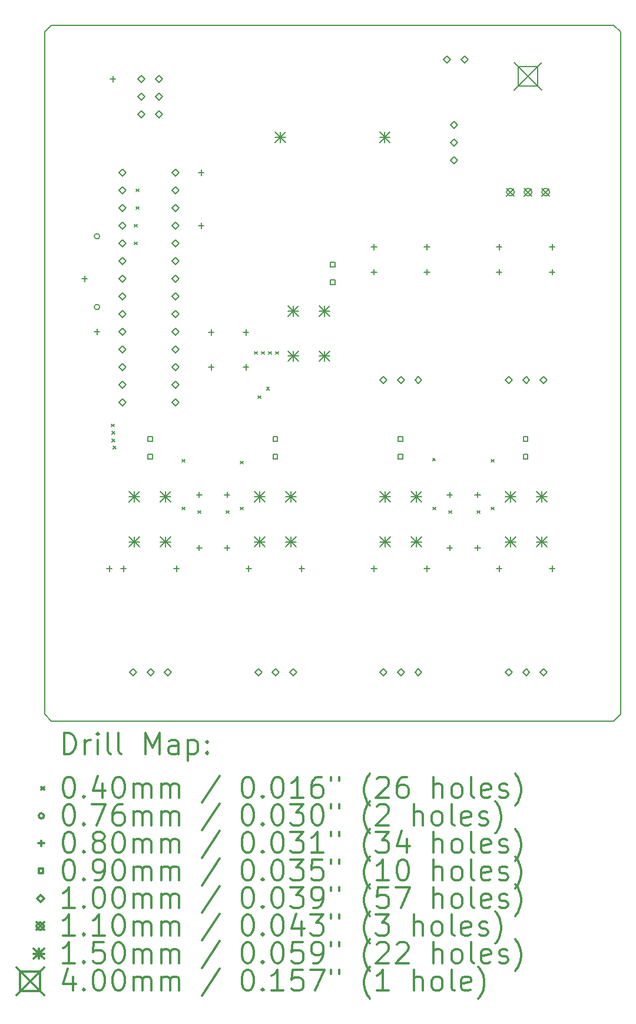
<source format=gbr>
%FSLAX45Y45*%
G04 Gerber Fmt 4.5, Leading zero omitted, Abs format (unit mm)*
G04 Created by KiCad (PCBNEW (5.1.6)-1) date 2020-12-01 12:35:32*
%MOMM*%
%LPD*%
G01*
G04 APERTURE LIST*
%TA.AperFunction,Profile*%
%ADD10C,0.150000*%
%TD*%
%ADD11C,0.200000*%
%ADD12C,0.300000*%
G04 APERTURE END LIST*
D10*
X10884000Y-2400000D02*
X10984000Y-2500000D01*
X10984000Y-12300000D02*
X10884000Y-12400000D01*
X2700000Y-12300000D02*
X2800000Y-12400000D01*
X2800000Y-2400000D02*
X2700000Y-2500000D01*
X2800000Y-2400000D02*
X10884000Y-2400000D01*
X10984000Y-2500000D02*
X10984000Y-12300000D01*
X2800000Y-12400000D02*
X10884000Y-12400000D01*
X2700000Y-2500000D02*
X2700000Y-12300000D01*
D11*
X3663000Y-8133400D02*
X3703000Y-8173400D01*
X3703000Y-8133400D02*
X3663000Y-8173400D01*
X3668097Y-8240097D02*
X3708097Y-8280097D01*
X3708097Y-8240097D02*
X3668097Y-8280097D01*
X3671426Y-8348561D02*
X3711426Y-8388561D01*
X3711426Y-8348561D02*
X3671426Y-8388561D01*
X3687753Y-8448710D02*
X3727753Y-8488710D01*
X3727753Y-8448710D02*
X3687753Y-8488710D01*
X3993200Y-5263200D02*
X4033200Y-5303200D01*
X4033200Y-5263200D02*
X3993200Y-5303200D01*
X3993200Y-5517200D02*
X4033200Y-5557200D01*
X4033200Y-5517200D02*
X3993200Y-5557200D01*
X4018600Y-4755200D02*
X4058600Y-4795200D01*
X4058600Y-4755200D02*
X4018600Y-4795200D01*
X4018600Y-5009200D02*
X4058600Y-5049200D01*
X4058600Y-5009200D02*
X4018600Y-5049200D01*
X4679000Y-8641400D02*
X4719000Y-8681400D01*
X4719000Y-8641400D02*
X4679000Y-8681400D01*
X4679000Y-9327200D02*
X4719000Y-9367200D01*
X4719000Y-9327200D02*
X4679000Y-9367200D01*
X4907600Y-9378000D02*
X4947600Y-9418000D01*
X4947600Y-9378000D02*
X4907600Y-9418000D01*
X5314000Y-9378000D02*
X5354000Y-9418000D01*
X5354000Y-9378000D02*
X5314000Y-9418000D01*
X5517200Y-8666800D02*
X5557200Y-8706800D01*
X5557200Y-8666800D02*
X5517200Y-8706800D01*
X5517200Y-9327200D02*
X5557200Y-9367200D01*
X5557200Y-9327200D02*
X5517200Y-9367200D01*
X5720400Y-7092000D02*
X5760400Y-7132000D01*
X5760400Y-7092000D02*
X5720400Y-7132000D01*
X5771200Y-7727000D02*
X5811200Y-7767000D01*
X5811200Y-7727000D02*
X5771200Y-7767000D01*
X5822000Y-7092000D02*
X5862000Y-7132000D01*
X5862000Y-7092000D02*
X5822000Y-7132000D01*
X5892836Y-7605364D02*
X5932836Y-7645364D01*
X5932836Y-7605364D02*
X5892836Y-7645364D01*
X5923600Y-7092000D02*
X5963600Y-7132000D01*
X5963600Y-7092000D02*
X5923600Y-7132000D01*
X6025200Y-7092000D02*
X6065200Y-7132000D01*
X6065200Y-7092000D02*
X6025200Y-7132000D01*
X8278687Y-8623113D02*
X8318687Y-8663113D01*
X8318687Y-8623113D02*
X8278687Y-8663113D01*
X8285800Y-9327200D02*
X8325800Y-9367200D01*
X8325800Y-9327200D02*
X8285800Y-9367200D01*
X8514400Y-9378000D02*
X8554400Y-9418000D01*
X8554400Y-9378000D02*
X8514400Y-9418000D01*
X8920800Y-9378000D02*
X8960800Y-9418000D01*
X8960800Y-9378000D02*
X8920800Y-9418000D01*
X9124000Y-8641400D02*
X9164000Y-8681400D01*
X9164000Y-8641400D02*
X9124000Y-8681400D01*
X9124000Y-9327200D02*
X9164000Y-9367200D01*
X9164000Y-9327200D02*
X9124000Y-9367200D01*
X3492500Y-5435600D02*
G75*
G03*
X3492500Y-5435600I-38100J0D01*
G01*
X3492500Y-6451600D02*
G75*
G03*
X3492500Y-6451600I-38100J0D01*
G01*
X3276600Y-6005200D02*
X3276600Y-6085200D01*
X3236600Y-6045200D02*
X3316600Y-6045200D01*
X3454400Y-6767200D02*
X3454400Y-6847200D01*
X3414400Y-6807200D02*
X3494400Y-6807200D01*
X3632200Y-10170800D02*
X3632200Y-10250800D01*
X3592200Y-10210800D02*
X3672200Y-10210800D01*
X3683000Y-3135000D02*
X3683000Y-3215000D01*
X3643000Y-3175000D02*
X3723000Y-3175000D01*
X9235600Y-5548000D02*
X9235600Y-5628000D01*
X9195600Y-5588000D02*
X9275600Y-5588000D01*
X9997600Y-5548000D02*
X9997600Y-5628000D01*
X9957600Y-5588000D02*
X10037600Y-5588000D01*
X7435600Y-10168800D02*
X7435600Y-10248800D01*
X7395600Y-10208800D02*
X7475600Y-10208800D01*
X8197600Y-10168800D02*
X8197600Y-10248800D01*
X8157600Y-10208800D02*
X8237600Y-10208800D01*
X4953000Y-4481200D02*
X4953000Y-4561200D01*
X4913000Y-4521200D02*
X4993000Y-4521200D01*
X4953000Y-5243200D02*
X4953000Y-5323200D01*
X4913000Y-5283200D02*
X4993000Y-5283200D01*
X5324600Y-9109200D02*
X5324600Y-9189200D01*
X5284600Y-9149200D02*
X5364600Y-9149200D01*
X5324600Y-9871200D02*
X5324600Y-9951200D01*
X5284600Y-9911200D02*
X5364600Y-9911200D01*
X9235600Y-10168800D02*
X9235600Y-10248800D01*
X9195600Y-10208800D02*
X9275600Y-10208800D01*
X9997600Y-10168800D02*
X9997600Y-10248800D01*
X9957600Y-10208800D02*
X10037600Y-10208800D01*
X8524600Y-9109200D02*
X8524600Y-9189200D01*
X8484600Y-9149200D02*
X8564600Y-9149200D01*
X8524600Y-9871200D02*
X8524600Y-9951200D01*
X8484600Y-9911200D02*
X8564600Y-9911200D01*
X7435600Y-5909200D02*
X7435600Y-5989200D01*
X7395600Y-5949200D02*
X7475600Y-5949200D01*
X8197600Y-5909200D02*
X8197600Y-5989200D01*
X8157600Y-5949200D02*
X8237600Y-5949200D01*
X5095600Y-7275200D02*
X5095600Y-7355200D01*
X5055600Y-7315200D02*
X5135600Y-7315200D01*
X5595600Y-7275200D02*
X5595600Y-7355200D01*
X5555600Y-7315200D02*
X5635600Y-7315200D01*
X3835400Y-10168800D02*
X3835400Y-10248800D01*
X3795400Y-10208800D02*
X3875400Y-10208800D01*
X4597400Y-10168800D02*
X4597400Y-10248800D01*
X4557400Y-10208800D02*
X4637400Y-10208800D01*
X5095600Y-6775200D02*
X5095600Y-6855200D01*
X5055600Y-6815200D02*
X5135600Y-6815200D01*
X5595600Y-6775200D02*
X5595600Y-6855200D01*
X5555600Y-6815200D02*
X5635600Y-6815200D01*
X4924600Y-9109200D02*
X4924600Y-9189200D01*
X4884600Y-9149200D02*
X4964600Y-9149200D01*
X4924600Y-9871200D02*
X4924600Y-9951200D01*
X4884600Y-9911200D02*
X4964600Y-9911200D01*
X5635600Y-10168800D02*
X5635600Y-10248800D01*
X5595600Y-10208800D02*
X5675600Y-10208800D01*
X6397600Y-10168800D02*
X6397600Y-10248800D01*
X6357600Y-10208800D02*
X6437600Y-10208800D01*
X9235600Y-5909200D02*
X9235600Y-5989200D01*
X9195600Y-5949200D02*
X9275600Y-5949200D01*
X9997600Y-5909200D02*
X9997600Y-5989200D01*
X9957600Y-5949200D02*
X10037600Y-5949200D01*
X7435600Y-5548000D02*
X7435600Y-5628000D01*
X7395600Y-5588000D02*
X7475600Y-5588000D01*
X8197600Y-5548000D02*
X8197600Y-5628000D01*
X8157600Y-5588000D02*
X8237600Y-5588000D01*
X8924600Y-9109200D02*
X8924600Y-9189200D01*
X8884600Y-9149200D02*
X8964600Y-9149200D01*
X8924600Y-9871200D02*
X8924600Y-9951200D01*
X8884600Y-9911200D02*
X8964600Y-9911200D01*
X9648420Y-8378620D02*
X9648420Y-8314980D01*
X9584780Y-8314980D01*
X9584780Y-8378620D01*
X9648420Y-8378620D01*
X9648420Y-8632620D02*
X9648420Y-8568980D01*
X9584780Y-8568980D01*
X9584780Y-8632620D01*
X9648420Y-8632620D01*
X6048420Y-8378620D02*
X6048420Y-8314980D01*
X5984780Y-8314980D01*
X5984780Y-8378620D01*
X6048420Y-8378620D01*
X6048420Y-8632620D02*
X6048420Y-8568980D01*
X5984780Y-8568980D01*
X5984780Y-8632620D01*
X6048420Y-8632620D01*
X4248420Y-8378620D02*
X4248420Y-8314980D01*
X4184780Y-8314980D01*
X4184780Y-8378620D01*
X4248420Y-8378620D01*
X4248420Y-8632620D02*
X4248420Y-8568980D01*
X4184780Y-8568980D01*
X4184780Y-8632620D01*
X4248420Y-8632620D01*
X6873820Y-5873820D02*
X6873820Y-5810180D01*
X6810180Y-5810180D01*
X6810180Y-5873820D01*
X6873820Y-5873820D01*
X6873820Y-6127820D02*
X6873820Y-6064180D01*
X6810180Y-6064180D01*
X6810180Y-6127820D01*
X6873820Y-6127820D01*
X7848420Y-8378620D02*
X7848420Y-8314980D01*
X7784780Y-8314980D01*
X7784780Y-8378620D01*
X7848420Y-8378620D01*
X7848420Y-8632620D02*
X7848420Y-8568980D01*
X7784780Y-8568980D01*
X7784780Y-8632620D01*
X7848420Y-8632620D01*
X8585200Y-3885400D02*
X8635200Y-3835400D01*
X8585200Y-3785400D01*
X8535200Y-3835400D01*
X8585200Y-3885400D01*
X8585200Y-4139400D02*
X8635200Y-4089400D01*
X8585200Y-4039400D01*
X8535200Y-4089400D01*
X8585200Y-4139400D01*
X8585200Y-4393400D02*
X8635200Y-4343400D01*
X8585200Y-4293400D01*
X8535200Y-4343400D01*
X8585200Y-4393400D01*
X4089400Y-3225000D02*
X4139400Y-3175000D01*
X4089400Y-3125000D01*
X4039400Y-3175000D01*
X4089400Y-3225000D01*
X4089400Y-3479000D02*
X4139400Y-3429000D01*
X4089400Y-3379000D01*
X4039400Y-3429000D01*
X4089400Y-3479000D01*
X4089400Y-3733000D02*
X4139400Y-3683000D01*
X4089400Y-3633000D01*
X4039400Y-3683000D01*
X4089400Y-3733000D01*
X4343400Y-3225000D02*
X4393400Y-3175000D01*
X4343400Y-3125000D01*
X4293400Y-3175000D01*
X4343400Y-3225000D01*
X4343400Y-3479000D02*
X4393400Y-3429000D01*
X4343400Y-3379000D01*
X4293400Y-3429000D01*
X4343400Y-3479000D01*
X4343400Y-3733000D02*
X4393400Y-3683000D01*
X4343400Y-3633000D01*
X4293400Y-3683000D01*
X4343400Y-3733000D01*
X7574600Y-11750000D02*
X7624600Y-11700000D01*
X7574600Y-11650000D01*
X7524600Y-11700000D01*
X7574600Y-11750000D01*
X7824600Y-11750000D02*
X7874600Y-11700000D01*
X7824600Y-11650000D01*
X7774600Y-11700000D01*
X7824600Y-11750000D01*
X8074600Y-11750000D02*
X8124600Y-11700000D01*
X8074600Y-11650000D01*
X8024600Y-11700000D01*
X8074600Y-11750000D01*
X9374600Y-7550000D02*
X9424600Y-7500000D01*
X9374600Y-7450000D01*
X9324600Y-7500000D01*
X9374600Y-7550000D01*
X9624600Y-7550000D02*
X9674600Y-7500000D01*
X9624600Y-7450000D01*
X9574600Y-7500000D01*
X9624600Y-7550000D01*
X9874600Y-7550000D02*
X9924600Y-7500000D01*
X9874600Y-7450000D01*
X9824600Y-7500000D01*
X9874600Y-7550000D01*
X5774600Y-11750000D02*
X5824600Y-11700000D01*
X5774600Y-11650000D01*
X5724600Y-11700000D01*
X5774600Y-11750000D01*
X6024600Y-11750000D02*
X6074600Y-11700000D01*
X6024600Y-11650000D01*
X5974600Y-11700000D01*
X6024600Y-11750000D01*
X6274600Y-11750000D02*
X6324600Y-11700000D01*
X6274600Y-11650000D01*
X6224600Y-11700000D01*
X6274600Y-11750000D01*
X7574600Y-7550000D02*
X7624600Y-7500000D01*
X7574600Y-7450000D01*
X7524600Y-7500000D01*
X7574600Y-7550000D01*
X7824600Y-7550000D02*
X7874600Y-7500000D01*
X7824600Y-7450000D01*
X7774600Y-7500000D01*
X7824600Y-7550000D01*
X8074600Y-7550000D02*
X8124600Y-7500000D01*
X8074600Y-7450000D01*
X8024600Y-7500000D01*
X8074600Y-7550000D01*
X3974600Y-11750000D02*
X4024600Y-11700000D01*
X3974600Y-11650000D01*
X3924600Y-11700000D01*
X3974600Y-11750000D01*
X4224600Y-11750000D02*
X4274600Y-11700000D01*
X4224600Y-11650000D01*
X4174600Y-11700000D01*
X4224600Y-11750000D01*
X4474600Y-11750000D02*
X4524600Y-11700000D01*
X4474600Y-11650000D01*
X4424600Y-11700000D01*
X4474600Y-11750000D01*
X8483600Y-2945600D02*
X8533600Y-2895600D01*
X8483600Y-2845600D01*
X8433600Y-2895600D01*
X8483600Y-2945600D01*
X8737600Y-2945600D02*
X8787600Y-2895600D01*
X8737600Y-2845600D01*
X8687600Y-2895600D01*
X8737600Y-2945600D01*
X9374600Y-11750000D02*
X9424600Y-11700000D01*
X9374600Y-11650000D01*
X9324600Y-11700000D01*
X9374600Y-11750000D01*
X9624600Y-11750000D02*
X9674600Y-11700000D01*
X9624600Y-11650000D01*
X9574600Y-11700000D01*
X9624600Y-11750000D01*
X9874600Y-11750000D02*
X9924600Y-11700000D01*
X9874600Y-11650000D01*
X9824600Y-11700000D01*
X9874600Y-11750000D01*
X3821200Y-4571200D02*
X3871200Y-4521200D01*
X3821200Y-4471200D01*
X3771200Y-4521200D01*
X3821200Y-4571200D01*
X3821200Y-4825200D02*
X3871200Y-4775200D01*
X3821200Y-4725200D01*
X3771200Y-4775200D01*
X3821200Y-4825200D01*
X3821200Y-5079200D02*
X3871200Y-5029200D01*
X3821200Y-4979200D01*
X3771200Y-5029200D01*
X3821200Y-5079200D01*
X3821200Y-5333200D02*
X3871200Y-5283200D01*
X3821200Y-5233200D01*
X3771200Y-5283200D01*
X3821200Y-5333200D01*
X3821200Y-5587200D02*
X3871200Y-5537200D01*
X3821200Y-5487200D01*
X3771200Y-5537200D01*
X3821200Y-5587200D01*
X3821200Y-5841200D02*
X3871200Y-5791200D01*
X3821200Y-5741200D01*
X3771200Y-5791200D01*
X3821200Y-5841200D01*
X3821200Y-6095200D02*
X3871200Y-6045200D01*
X3821200Y-5995200D01*
X3771200Y-6045200D01*
X3821200Y-6095200D01*
X3821200Y-6349200D02*
X3871200Y-6299200D01*
X3821200Y-6249200D01*
X3771200Y-6299200D01*
X3821200Y-6349200D01*
X3821200Y-6603200D02*
X3871200Y-6553200D01*
X3821200Y-6503200D01*
X3771200Y-6553200D01*
X3821200Y-6603200D01*
X3821200Y-6857200D02*
X3871200Y-6807200D01*
X3821200Y-6757200D01*
X3771200Y-6807200D01*
X3821200Y-6857200D01*
X3821200Y-7111200D02*
X3871200Y-7061200D01*
X3821200Y-7011200D01*
X3771200Y-7061200D01*
X3821200Y-7111200D01*
X3821200Y-7365200D02*
X3871200Y-7315200D01*
X3821200Y-7265200D01*
X3771200Y-7315200D01*
X3821200Y-7365200D01*
X3821200Y-7619200D02*
X3871200Y-7569200D01*
X3821200Y-7519200D01*
X3771200Y-7569200D01*
X3821200Y-7619200D01*
X3821200Y-7873200D02*
X3871200Y-7823200D01*
X3821200Y-7773200D01*
X3771200Y-7823200D01*
X3821200Y-7873200D01*
X4583200Y-4571200D02*
X4633200Y-4521200D01*
X4583200Y-4471200D01*
X4533200Y-4521200D01*
X4583200Y-4571200D01*
X4583200Y-4825200D02*
X4633200Y-4775200D01*
X4583200Y-4725200D01*
X4533200Y-4775200D01*
X4583200Y-4825200D01*
X4583200Y-5079200D02*
X4633200Y-5029200D01*
X4583200Y-4979200D01*
X4533200Y-5029200D01*
X4583200Y-5079200D01*
X4583200Y-5333200D02*
X4633200Y-5283200D01*
X4583200Y-5233200D01*
X4533200Y-5283200D01*
X4583200Y-5333200D01*
X4583200Y-5587200D02*
X4633200Y-5537200D01*
X4583200Y-5487200D01*
X4533200Y-5537200D01*
X4583200Y-5587200D01*
X4583200Y-5841200D02*
X4633200Y-5791200D01*
X4583200Y-5741200D01*
X4533200Y-5791200D01*
X4583200Y-5841200D01*
X4583200Y-6095200D02*
X4633200Y-6045200D01*
X4583200Y-5995200D01*
X4533200Y-6045200D01*
X4583200Y-6095200D01*
X4583200Y-6349200D02*
X4633200Y-6299200D01*
X4583200Y-6249200D01*
X4533200Y-6299200D01*
X4583200Y-6349200D01*
X4583200Y-6603200D02*
X4633200Y-6553200D01*
X4583200Y-6503200D01*
X4533200Y-6553200D01*
X4583200Y-6603200D01*
X4583200Y-6857200D02*
X4633200Y-6807200D01*
X4583200Y-6757200D01*
X4533200Y-6807200D01*
X4583200Y-6857200D01*
X4583200Y-7111200D02*
X4633200Y-7061200D01*
X4583200Y-7011200D01*
X4533200Y-7061200D01*
X4583200Y-7111200D01*
X4583200Y-7365200D02*
X4633200Y-7315200D01*
X4583200Y-7265200D01*
X4533200Y-7315200D01*
X4583200Y-7365200D01*
X4583200Y-7619200D02*
X4633200Y-7569200D01*
X4583200Y-7519200D01*
X4533200Y-7569200D01*
X4583200Y-7619200D01*
X4583200Y-7873200D02*
X4633200Y-7823200D01*
X4583200Y-7773200D01*
X4533200Y-7823200D01*
X4583200Y-7873200D01*
X9343000Y-4745600D02*
X9453000Y-4855600D01*
X9453000Y-4745600D02*
X9343000Y-4855600D01*
X9453000Y-4800600D02*
G75*
G03*
X9453000Y-4800600I-55000J0D01*
G01*
X9597000Y-4745600D02*
X9707000Y-4855600D01*
X9707000Y-4745600D02*
X9597000Y-4855600D01*
X9707000Y-4800600D02*
G75*
G03*
X9707000Y-4800600I-55000J0D01*
G01*
X9851000Y-4745600D02*
X9961000Y-4855600D01*
X9961000Y-4745600D02*
X9851000Y-4855600D01*
X9961000Y-4800600D02*
G75*
G03*
X9961000Y-4800600I-55000J0D01*
G01*
X3916400Y-9100000D02*
X4066400Y-9250000D01*
X4066400Y-9100000D02*
X3916400Y-9250000D01*
X3991400Y-9100000D02*
X3991400Y-9250000D01*
X3916400Y-9175000D02*
X4066400Y-9175000D01*
X3916400Y-9750000D02*
X4066400Y-9900000D01*
X4066400Y-9750000D02*
X3916400Y-9900000D01*
X3991400Y-9750000D02*
X3991400Y-9900000D01*
X3916400Y-9825000D02*
X4066400Y-9825000D01*
X4366400Y-9100000D02*
X4516400Y-9250000D01*
X4516400Y-9100000D02*
X4366400Y-9250000D01*
X4441400Y-9100000D02*
X4441400Y-9250000D01*
X4366400Y-9175000D02*
X4516400Y-9175000D01*
X4366400Y-9750000D02*
X4516400Y-9900000D01*
X4516400Y-9750000D02*
X4366400Y-9900000D01*
X4441400Y-9750000D02*
X4441400Y-9900000D01*
X4366400Y-9825000D02*
X4516400Y-9825000D01*
X9326600Y-9100000D02*
X9476600Y-9250000D01*
X9476600Y-9100000D02*
X9326600Y-9250000D01*
X9401600Y-9100000D02*
X9401600Y-9250000D01*
X9326600Y-9175000D02*
X9476600Y-9175000D01*
X9326600Y-9750000D02*
X9476600Y-9900000D01*
X9476600Y-9750000D02*
X9326600Y-9900000D01*
X9401600Y-9750000D02*
X9401600Y-9900000D01*
X9326600Y-9825000D02*
X9476600Y-9825000D01*
X9776600Y-9100000D02*
X9926600Y-9250000D01*
X9926600Y-9100000D02*
X9776600Y-9250000D01*
X9851600Y-9100000D02*
X9851600Y-9250000D01*
X9776600Y-9175000D02*
X9926600Y-9175000D01*
X9776600Y-9750000D02*
X9926600Y-9900000D01*
X9926600Y-9750000D02*
X9776600Y-9900000D01*
X9851600Y-9750000D02*
X9851600Y-9900000D01*
X9776600Y-9825000D02*
X9926600Y-9825000D01*
X6017000Y-3938200D02*
X6167000Y-4088200D01*
X6167000Y-3938200D02*
X6017000Y-4088200D01*
X6092000Y-3938200D02*
X6092000Y-4088200D01*
X6017000Y-4013200D02*
X6167000Y-4013200D01*
X7517000Y-3938200D02*
X7667000Y-4088200D01*
X7667000Y-3938200D02*
X7517000Y-4088200D01*
X7592000Y-3938200D02*
X7592000Y-4088200D01*
X7517000Y-4013200D02*
X7667000Y-4013200D01*
X7523200Y-9100000D02*
X7673200Y-9250000D01*
X7673200Y-9100000D02*
X7523200Y-9250000D01*
X7598200Y-9100000D02*
X7598200Y-9250000D01*
X7523200Y-9175000D02*
X7673200Y-9175000D01*
X7523200Y-9750000D02*
X7673200Y-9900000D01*
X7673200Y-9750000D02*
X7523200Y-9900000D01*
X7598200Y-9750000D02*
X7598200Y-9900000D01*
X7523200Y-9825000D02*
X7673200Y-9825000D01*
X7973200Y-9100000D02*
X8123200Y-9250000D01*
X8123200Y-9100000D02*
X7973200Y-9250000D01*
X8048200Y-9100000D02*
X8048200Y-9250000D01*
X7973200Y-9175000D02*
X8123200Y-9175000D01*
X7973200Y-9750000D02*
X8123200Y-9900000D01*
X8123200Y-9750000D02*
X7973200Y-9900000D01*
X8048200Y-9750000D02*
X8048200Y-9900000D01*
X7973200Y-9825000D02*
X8123200Y-9825000D01*
X5719800Y-9100000D02*
X5869800Y-9250000D01*
X5869800Y-9100000D02*
X5719800Y-9250000D01*
X5794800Y-9100000D02*
X5794800Y-9250000D01*
X5719800Y-9175000D02*
X5869800Y-9175000D01*
X5719800Y-9750000D02*
X5869800Y-9900000D01*
X5869800Y-9750000D02*
X5719800Y-9900000D01*
X5794800Y-9750000D02*
X5794800Y-9900000D01*
X5719800Y-9825000D02*
X5869800Y-9825000D01*
X6169800Y-9100000D02*
X6319800Y-9250000D01*
X6319800Y-9100000D02*
X6169800Y-9250000D01*
X6244800Y-9100000D02*
X6244800Y-9250000D01*
X6169800Y-9175000D02*
X6319800Y-9175000D01*
X6169800Y-9750000D02*
X6319800Y-9900000D01*
X6319800Y-9750000D02*
X6169800Y-9900000D01*
X6244800Y-9750000D02*
X6244800Y-9900000D01*
X6169800Y-9825000D02*
X6319800Y-9825000D01*
X6202400Y-6432600D02*
X6352400Y-6582600D01*
X6352400Y-6432600D02*
X6202400Y-6582600D01*
X6277400Y-6432600D02*
X6277400Y-6582600D01*
X6202400Y-6507600D02*
X6352400Y-6507600D01*
X6202400Y-7082600D02*
X6352400Y-7232600D01*
X6352400Y-7082600D02*
X6202400Y-7232600D01*
X6277400Y-7082600D02*
X6277400Y-7232600D01*
X6202400Y-7157600D02*
X6352400Y-7157600D01*
X6652400Y-6432600D02*
X6802400Y-6582600D01*
X6802400Y-6432600D02*
X6652400Y-6582600D01*
X6727400Y-6432600D02*
X6727400Y-6582600D01*
X6652400Y-6507600D02*
X6802400Y-6507600D01*
X6652400Y-7082600D02*
X6802400Y-7232600D01*
X6802400Y-7082600D02*
X6652400Y-7232600D01*
X6727400Y-7082600D02*
X6727400Y-7232600D01*
X6652400Y-7157600D02*
X6802400Y-7157600D01*
X9452000Y-2934600D02*
X9852000Y-3334600D01*
X9852000Y-2934600D02*
X9452000Y-3334600D01*
X9793423Y-3276023D02*
X9793423Y-2993177D01*
X9510577Y-2993177D01*
X9510577Y-3276023D01*
X9793423Y-3276023D01*
D12*
X2978928Y-12873214D02*
X2978928Y-12573214D01*
X3050357Y-12573214D01*
X3093214Y-12587500D01*
X3121786Y-12616071D01*
X3136071Y-12644643D01*
X3150357Y-12701786D01*
X3150357Y-12744643D01*
X3136071Y-12801786D01*
X3121786Y-12830357D01*
X3093214Y-12858929D01*
X3050357Y-12873214D01*
X2978928Y-12873214D01*
X3278928Y-12873214D02*
X3278928Y-12673214D01*
X3278928Y-12730357D02*
X3293214Y-12701786D01*
X3307500Y-12687500D01*
X3336071Y-12673214D01*
X3364643Y-12673214D01*
X3464643Y-12873214D02*
X3464643Y-12673214D01*
X3464643Y-12573214D02*
X3450357Y-12587500D01*
X3464643Y-12601786D01*
X3478928Y-12587500D01*
X3464643Y-12573214D01*
X3464643Y-12601786D01*
X3650357Y-12873214D02*
X3621786Y-12858929D01*
X3607500Y-12830357D01*
X3607500Y-12573214D01*
X3807500Y-12873214D02*
X3778928Y-12858929D01*
X3764643Y-12830357D01*
X3764643Y-12573214D01*
X4150357Y-12873214D02*
X4150357Y-12573214D01*
X4250357Y-12787500D01*
X4350357Y-12573214D01*
X4350357Y-12873214D01*
X4621786Y-12873214D02*
X4621786Y-12716071D01*
X4607500Y-12687500D01*
X4578928Y-12673214D01*
X4521786Y-12673214D01*
X4493214Y-12687500D01*
X4621786Y-12858929D02*
X4593214Y-12873214D01*
X4521786Y-12873214D01*
X4493214Y-12858929D01*
X4478928Y-12830357D01*
X4478928Y-12801786D01*
X4493214Y-12773214D01*
X4521786Y-12758929D01*
X4593214Y-12758929D01*
X4621786Y-12744643D01*
X4764643Y-12673214D02*
X4764643Y-12973214D01*
X4764643Y-12687500D02*
X4793214Y-12673214D01*
X4850357Y-12673214D01*
X4878928Y-12687500D01*
X4893214Y-12701786D01*
X4907500Y-12730357D01*
X4907500Y-12816071D01*
X4893214Y-12844643D01*
X4878928Y-12858929D01*
X4850357Y-12873214D01*
X4793214Y-12873214D01*
X4764643Y-12858929D01*
X5036071Y-12844643D02*
X5050357Y-12858929D01*
X5036071Y-12873214D01*
X5021786Y-12858929D01*
X5036071Y-12844643D01*
X5036071Y-12873214D01*
X5036071Y-12687500D02*
X5050357Y-12701786D01*
X5036071Y-12716071D01*
X5021786Y-12701786D01*
X5036071Y-12687500D01*
X5036071Y-12716071D01*
X2652500Y-13347500D02*
X2692500Y-13387500D01*
X2692500Y-13347500D02*
X2652500Y-13387500D01*
X3036071Y-13203214D02*
X3064643Y-13203214D01*
X3093214Y-13217500D01*
X3107500Y-13231786D01*
X3121786Y-13260357D01*
X3136071Y-13317500D01*
X3136071Y-13388929D01*
X3121786Y-13446071D01*
X3107500Y-13474643D01*
X3093214Y-13488929D01*
X3064643Y-13503214D01*
X3036071Y-13503214D01*
X3007500Y-13488929D01*
X2993214Y-13474643D01*
X2978928Y-13446071D01*
X2964643Y-13388929D01*
X2964643Y-13317500D01*
X2978928Y-13260357D01*
X2993214Y-13231786D01*
X3007500Y-13217500D01*
X3036071Y-13203214D01*
X3264643Y-13474643D02*
X3278928Y-13488929D01*
X3264643Y-13503214D01*
X3250357Y-13488929D01*
X3264643Y-13474643D01*
X3264643Y-13503214D01*
X3536071Y-13303214D02*
X3536071Y-13503214D01*
X3464643Y-13188929D02*
X3393214Y-13403214D01*
X3578928Y-13403214D01*
X3750357Y-13203214D02*
X3778928Y-13203214D01*
X3807500Y-13217500D01*
X3821786Y-13231786D01*
X3836071Y-13260357D01*
X3850357Y-13317500D01*
X3850357Y-13388929D01*
X3836071Y-13446071D01*
X3821786Y-13474643D01*
X3807500Y-13488929D01*
X3778928Y-13503214D01*
X3750357Y-13503214D01*
X3721786Y-13488929D01*
X3707500Y-13474643D01*
X3693214Y-13446071D01*
X3678928Y-13388929D01*
X3678928Y-13317500D01*
X3693214Y-13260357D01*
X3707500Y-13231786D01*
X3721786Y-13217500D01*
X3750357Y-13203214D01*
X3978928Y-13503214D02*
X3978928Y-13303214D01*
X3978928Y-13331786D02*
X3993214Y-13317500D01*
X4021786Y-13303214D01*
X4064643Y-13303214D01*
X4093214Y-13317500D01*
X4107500Y-13346071D01*
X4107500Y-13503214D01*
X4107500Y-13346071D02*
X4121786Y-13317500D01*
X4150357Y-13303214D01*
X4193214Y-13303214D01*
X4221786Y-13317500D01*
X4236071Y-13346071D01*
X4236071Y-13503214D01*
X4378928Y-13503214D02*
X4378928Y-13303214D01*
X4378928Y-13331786D02*
X4393214Y-13317500D01*
X4421786Y-13303214D01*
X4464643Y-13303214D01*
X4493214Y-13317500D01*
X4507500Y-13346071D01*
X4507500Y-13503214D01*
X4507500Y-13346071D02*
X4521786Y-13317500D01*
X4550357Y-13303214D01*
X4593214Y-13303214D01*
X4621786Y-13317500D01*
X4636071Y-13346071D01*
X4636071Y-13503214D01*
X5221786Y-13188929D02*
X4964643Y-13574643D01*
X5607500Y-13203214D02*
X5636071Y-13203214D01*
X5664643Y-13217500D01*
X5678928Y-13231786D01*
X5693214Y-13260357D01*
X5707500Y-13317500D01*
X5707500Y-13388929D01*
X5693214Y-13446071D01*
X5678928Y-13474643D01*
X5664643Y-13488929D01*
X5636071Y-13503214D01*
X5607500Y-13503214D01*
X5578928Y-13488929D01*
X5564643Y-13474643D01*
X5550357Y-13446071D01*
X5536071Y-13388929D01*
X5536071Y-13317500D01*
X5550357Y-13260357D01*
X5564643Y-13231786D01*
X5578928Y-13217500D01*
X5607500Y-13203214D01*
X5836071Y-13474643D02*
X5850357Y-13488929D01*
X5836071Y-13503214D01*
X5821786Y-13488929D01*
X5836071Y-13474643D01*
X5836071Y-13503214D01*
X6036071Y-13203214D02*
X6064643Y-13203214D01*
X6093214Y-13217500D01*
X6107500Y-13231786D01*
X6121786Y-13260357D01*
X6136071Y-13317500D01*
X6136071Y-13388929D01*
X6121786Y-13446071D01*
X6107500Y-13474643D01*
X6093214Y-13488929D01*
X6064643Y-13503214D01*
X6036071Y-13503214D01*
X6007500Y-13488929D01*
X5993214Y-13474643D01*
X5978928Y-13446071D01*
X5964643Y-13388929D01*
X5964643Y-13317500D01*
X5978928Y-13260357D01*
X5993214Y-13231786D01*
X6007500Y-13217500D01*
X6036071Y-13203214D01*
X6421786Y-13503214D02*
X6250357Y-13503214D01*
X6336071Y-13503214D02*
X6336071Y-13203214D01*
X6307500Y-13246071D01*
X6278928Y-13274643D01*
X6250357Y-13288929D01*
X6678928Y-13203214D02*
X6621786Y-13203214D01*
X6593214Y-13217500D01*
X6578928Y-13231786D01*
X6550357Y-13274643D01*
X6536071Y-13331786D01*
X6536071Y-13446071D01*
X6550357Y-13474643D01*
X6564643Y-13488929D01*
X6593214Y-13503214D01*
X6650357Y-13503214D01*
X6678928Y-13488929D01*
X6693214Y-13474643D01*
X6707500Y-13446071D01*
X6707500Y-13374643D01*
X6693214Y-13346071D01*
X6678928Y-13331786D01*
X6650357Y-13317500D01*
X6593214Y-13317500D01*
X6564643Y-13331786D01*
X6550357Y-13346071D01*
X6536071Y-13374643D01*
X6821786Y-13203214D02*
X6821786Y-13260357D01*
X6936071Y-13203214D02*
X6936071Y-13260357D01*
X7378928Y-13617500D02*
X7364643Y-13603214D01*
X7336071Y-13560357D01*
X7321786Y-13531786D01*
X7307500Y-13488929D01*
X7293214Y-13417500D01*
X7293214Y-13360357D01*
X7307500Y-13288929D01*
X7321786Y-13246071D01*
X7336071Y-13217500D01*
X7364643Y-13174643D01*
X7378928Y-13160357D01*
X7478928Y-13231786D02*
X7493214Y-13217500D01*
X7521786Y-13203214D01*
X7593214Y-13203214D01*
X7621786Y-13217500D01*
X7636071Y-13231786D01*
X7650357Y-13260357D01*
X7650357Y-13288929D01*
X7636071Y-13331786D01*
X7464643Y-13503214D01*
X7650357Y-13503214D01*
X7907500Y-13203214D02*
X7850357Y-13203214D01*
X7821786Y-13217500D01*
X7807500Y-13231786D01*
X7778928Y-13274643D01*
X7764643Y-13331786D01*
X7764643Y-13446071D01*
X7778928Y-13474643D01*
X7793214Y-13488929D01*
X7821786Y-13503214D01*
X7878928Y-13503214D01*
X7907500Y-13488929D01*
X7921786Y-13474643D01*
X7936071Y-13446071D01*
X7936071Y-13374643D01*
X7921786Y-13346071D01*
X7907500Y-13331786D01*
X7878928Y-13317500D01*
X7821786Y-13317500D01*
X7793214Y-13331786D01*
X7778928Y-13346071D01*
X7764643Y-13374643D01*
X8293214Y-13503214D02*
X8293214Y-13203214D01*
X8421786Y-13503214D02*
X8421786Y-13346071D01*
X8407500Y-13317500D01*
X8378928Y-13303214D01*
X8336071Y-13303214D01*
X8307500Y-13317500D01*
X8293214Y-13331786D01*
X8607500Y-13503214D02*
X8578928Y-13488929D01*
X8564643Y-13474643D01*
X8550357Y-13446071D01*
X8550357Y-13360357D01*
X8564643Y-13331786D01*
X8578928Y-13317500D01*
X8607500Y-13303214D01*
X8650357Y-13303214D01*
X8678928Y-13317500D01*
X8693214Y-13331786D01*
X8707500Y-13360357D01*
X8707500Y-13446071D01*
X8693214Y-13474643D01*
X8678928Y-13488929D01*
X8650357Y-13503214D01*
X8607500Y-13503214D01*
X8878928Y-13503214D02*
X8850357Y-13488929D01*
X8836071Y-13460357D01*
X8836071Y-13203214D01*
X9107500Y-13488929D02*
X9078928Y-13503214D01*
X9021786Y-13503214D01*
X8993214Y-13488929D01*
X8978928Y-13460357D01*
X8978928Y-13346071D01*
X8993214Y-13317500D01*
X9021786Y-13303214D01*
X9078928Y-13303214D01*
X9107500Y-13317500D01*
X9121786Y-13346071D01*
X9121786Y-13374643D01*
X8978928Y-13403214D01*
X9236071Y-13488929D02*
X9264643Y-13503214D01*
X9321786Y-13503214D01*
X9350357Y-13488929D01*
X9364643Y-13460357D01*
X9364643Y-13446071D01*
X9350357Y-13417500D01*
X9321786Y-13403214D01*
X9278928Y-13403214D01*
X9250357Y-13388929D01*
X9236071Y-13360357D01*
X9236071Y-13346071D01*
X9250357Y-13317500D01*
X9278928Y-13303214D01*
X9321786Y-13303214D01*
X9350357Y-13317500D01*
X9464643Y-13617500D02*
X9478928Y-13603214D01*
X9507500Y-13560357D01*
X9521786Y-13531786D01*
X9536071Y-13488929D01*
X9550357Y-13417500D01*
X9550357Y-13360357D01*
X9536071Y-13288929D01*
X9521786Y-13246071D01*
X9507500Y-13217500D01*
X9478928Y-13174643D01*
X9464643Y-13160357D01*
X2692500Y-13763500D02*
G75*
G03*
X2692500Y-13763500I-38100J0D01*
G01*
X3036071Y-13599214D02*
X3064643Y-13599214D01*
X3093214Y-13613500D01*
X3107500Y-13627786D01*
X3121786Y-13656357D01*
X3136071Y-13713500D01*
X3136071Y-13784929D01*
X3121786Y-13842071D01*
X3107500Y-13870643D01*
X3093214Y-13884929D01*
X3064643Y-13899214D01*
X3036071Y-13899214D01*
X3007500Y-13884929D01*
X2993214Y-13870643D01*
X2978928Y-13842071D01*
X2964643Y-13784929D01*
X2964643Y-13713500D01*
X2978928Y-13656357D01*
X2993214Y-13627786D01*
X3007500Y-13613500D01*
X3036071Y-13599214D01*
X3264643Y-13870643D02*
X3278928Y-13884929D01*
X3264643Y-13899214D01*
X3250357Y-13884929D01*
X3264643Y-13870643D01*
X3264643Y-13899214D01*
X3378928Y-13599214D02*
X3578928Y-13599214D01*
X3450357Y-13899214D01*
X3821786Y-13599214D02*
X3764643Y-13599214D01*
X3736071Y-13613500D01*
X3721786Y-13627786D01*
X3693214Y-13670643D01*
X3678928Y-13727786D01*
X3678928Y-13842071D01*
X3693214Y-13870643D01*
X3707500Y-13884929D01*
X3736071Y-13899214D01*
X3793214Y-13899214D01*
X3821786Y-13884929D01*
X3836071Y-13870643D01*
X3850357Y-13842071D01*
X3850357Y-13770643D01*
X3836071Y-13742071D01*
X3821786Y-13727786D01*
X3793214Y-13713500D01*
X3736071Y-13713500D01*
X3707500Y-13727786D01*
X3693214Y-13742071D01*
X3678928Y-13770643D01*
X3978928Y-13899214D02*
X3978928Y-13699214D01*
X3978928Y-13727786D02*
X3993214Y-13713500D01*
X4021786Y-13699214D01*
X4064643Y-13699214D01*
X4093214Y-13713500D01*
X4107500Y-13742071D01*
X4107500Y-13899214D01*
X4107500Y-13742071D02*
X4121786Y-13713500D01*
X4150357Y-13699214D01*
X4193214Y-13699214D01*
X4221786Y-13713500D01*
X4236071Y-13742071D01*
X4236071Y-13899214D01*
X4378928Y-13899214D02*
X4378928Y-13699214D01*
X4378928Y-13727786D02*
X4393214Y-13713500D01*
X4421786Y-13699214D01*
X4464643Y-13699214D01*
X4493214Y-13713500D01*
X4507500Y-13742071D01*
X4507500Y-13899214D01*
X4507500Y-13742071D02*
X4521786Y-13713500D01*
X4550357Y-13699214D01*
X4593214Y-13699214D01*
X4621786Y-13713500D01*
X4636071Y-13742071D01*
X4636071Y-13899214D01*
X5221786Y-13584929D02*
X4964643Y-13970643D01*
X5607500Y-13599214D02*
X5636071Y-13599214D01*
X5664643Y-13613500D01*
X5678928Y-13627786D01*
X5693214Y-13656357D01*
X5707500Y-13713500D01*
X5707500Y-13784929D01*
X5693214Y-13842071D01*
X5678928Y-13870643D01*
X5664643Y-13884929D01*
X5636071Y-13899214D01*
X5607500Y-13899214D01*
X5578928Y-13884929D01*
X5564643Y-13870643D01*
X5550357Y-13842071D01*
X5536071Y-13784929D01*
X5536071Y-13713500D01*
X5550357Y-13656357D01*
X5564643Y-13627786D01*
X5578928Y-13613500D01*
X5607500Y-13599214D01*
X5836071Y-13870643D02*
X5850357Y-13884929D01*
X5836071Y-13899214D01*
X5821786Y-13884929D01*
X5836071Y-13870643D01*
X5836071Y-13899214D01*
X6036071Y-13599214D02*
X6064643Y-13599214D01*
X6093214Y-13613500D01*
X6107500Y-13627786D01*
X6121786Y-13656357D01*
X6136071Y-13713500D01*
X6136071Y-13784929D01*
X6121786Y-13842071D01*
X6107500Y-13870643D01*
X6093214Y-13884929D01*
X6064643Y-13899214D01*
X6036071Y-13899214D01*
X6007500Y-13884929D01*
X5993214Y-13870643D01*
X5978928Y-13842071D01*
X5964643Y-13784929D01*
X5964643Y-13713500D01*
X5978928Y-13656357D01*
X5993214Y-13627786D01*
X6007500Y-13613500D01*
X6036071Y-13599214D01*
X6236071Y-13599214D02*
X6421786Y-13599214D01*
X6321786Y-13713500D01*
X6364643Y-13713500D01*
X6393214Y-13727786D01*
X6407500Y-13742071D01*
X6421786Y-13770643D01*
X6421786Y-13842071D01*
X6407500Y-13870643D01*
X6393214Y-13884929D01*
X6364643Y-13899214D01*
X6278928Y-13899214D01*
X6250357Y-13884929D01*
X6236071Y-13870643D01*
X6607500Y-13599214D02*
X6636071Y-13599214D01*
X6664643Y-13613500D01*
X6678928Y-13627786D01*
X6693214Y-13656357D01*
X6707500Y-13713500D01*
X6707500Y-13784929D01*
X6693214Y-13842071D01*
X6678928Y-13870643D01*
X6664643Y-13884929D01*
X6636071Y-13899214D01*
X6607500Y-13899214D01*
X6578928Y-13884929D01*
X6564643Y-13870643D01*
X6550357Y-13842071D01*
X6536071Y-13784929D01*
X6536071Y-13713500D01*
X6550357Y-13656357D01*
X6564643Y-13627786D01*
X6578928Y-13613500D01*
X6607500Y-13599214D01*
X6821786Y-13599214D02*
X6821786Y-13656357D01*
X6936071Y-13599214D02*
X6936071Y-13656357D01*
X7378928Y-14013500D02*
X7364643Y-13999214D01*
X7336071Y-13956357D01*
X7321786Y-13927786D01*
X7307500Y-13884929D01*
X7293214Y-13813500D01*
X7293214Y-13756357D01*
X7307500Y-13684929D01*
X7321786Y-13642071D01*
X7336071Y-13613500D01*
X7364643Y-13570643D01*
X7378928Y-13556357D01*
X7478928Y-13627786D02*
X7493214Y-13613500D01*
X7521786Y-13599214D01*
X7593214Y-13599214D01*
X7621786Y-13613500D01*
X7636071Y-13627786D01*
X7650357Y-13656357D01*
X7650357Y-13684929D01*
X7636071Y-13727786D01*
X7464643Y-13899214D01*
X7650357Y-13899214D01*
X8007500Y-13899214D02*
X8007500Y-13599214D01*
X8136071Y-13899214D02*
X8136071Y-13742071D01*
X8121786Y-13713500D01*
X8093214Y-13699214D01*
X8050357Y-13699214D01*
X8021786Y-13713500D01*
X8007500Y-13727786D01*
X8321786Y-13899214D02*
X8293214Y-13884929D01*
X8278928Y-13870643D01*
X8264643Y-13842071D01*
X8264643Y-13756357D01*
X8278928Y-13727786D01*
X8293214Y-13713500D01*
X8321786Y-13699214D01*
X8364643Y-13699214D01*
X8393214Y-13713500D01*
X8407500Y-13727786D01*
X8421786Y-13756357D01*
X8421786Y-13842071D01*
X8407500Y-13870643D01*
X8393214Y-13884929D01*
X8364643Y-13899214D01*
X8321786Y-13899214D01*
X8593214Y-13899214D02*
X8564643Y-13884929D01*
X8550357Y-13856357D01*
X8550357Y-13599214D01*
X8821786Y-13884929D02*
X8793214Y-13899214D01*
X8736071Y-13899214D01*
X8707500Y-13884929D01*
X8693214Y-13856357D01*
X8693214Y-13742071D01*
X8707500Y-13713500D01*
X8736071Y-13699214D01*
X8793214Y-13699214D01*
X8821786Y-13713500D01*
X8836071Y-13742071D01*
X8836071Y-13770643D01*
X8693214Y-13799214D01*
X8950357Y-13884929D02*
X8978928Y-13899214D01*
X9036071Y-13899214D01*
X9064643Y-13884929D01*
X9078928Y-13856357D01*
X9078928Y-13842071D01*
X9064643Y-13813500D01*
X9036071Y-13799214D01*
X8993214Y-13799214D01*
X8964643Y-13784929D01*
X8950357Y-13756357D01*
X8950357Y-13742071D01*
X8964643Y-13713500D01*
X8993214Y-13699214D01*
X9036071Y-13699214D01*
X9064643Y-13713500D01*
X9178928Y-14013500D02*
X9193214Y-13999214D01*
X9221786Y-13956357D01*
X9236071Y-13927786D01*
X9250357Y-13884929D01*
X9264643Y-13813500D01*
X9264643Y-13756357D01*
X9250357Y-13684929D01*
X9236071Y-13642071D01*
X9221786Y-13613500D01*
X9193214Y-13570643D01*
X9178928Y-13556357D01*
X2652500Y-14119500D02*
X2652500Y-14199500D01*
X2612500Y-14159500D02*
X2692500Y-14159500D01*
X3036071Y-13995214D02*
X3064643Y-13995214D01*
X3093214Y-14009500D01*
X3107500Y-14023786D01*
X3121786Y-14052357D01*
X3136071Y-14109500D01*
X3136071Y-14180929D01*
X3121786Y-14238071D01*
X3107500Y-14266643D01*
X3093214Y-14280929D01*
X3064643Y-14295214D01*
X3036071Y-14295214D01*
X3007500Y-14280929D01*
X2993214Y-14266643D01*
X2978928Y-14238071D01*
X2964643Y-14180929D01*
X2964643Y-14109500D01*
X2978928Y-14052357D01*
X2993214Y-14023786D01*
X3007500Y-14009500D01*
X3036071Y-13995214D01*
X3264643Y-14266643D02*
X3278928Y-14280929D01*
X3264643Y-14295214D01*
X3250357Y-14280929D01*
X3264643Y-14266643D01*
X3264643Y-14295214D01*
X3450357Y-14123786D02*
X3421786Y-14109500D01*
X3407500Y-14095214D01*
X3393214Y-14066643D01*
X3393214Y-14052357D01*
X3407500Y-14023786D01*
X3421786Y-14009500D01*
X3450357Y-13995214D01*
X3507500Y-13995214D01*
X3536071Y-14009500D01*
X3550357Y-14023786D01*
X3564643Y-14052357D01*
X3564643Y-14066643D01*
X3550357Y-14095214D01*
X3536071Y-14109500D01*
X3507500Y-14123786D01*
X3450357Y-14123786D01*
X3421786Y-14138071D01*
X3407500Y-14152357D01*
X3393214Y-14180929D01*
X3393214Y-14238071D01*
X3407500Y-14266643D01*
X3421786Y-14280929D01*
X3450357Y-14295214D01*
X3507500Y-14295214D01*
X3536071Y-14280929D01*
X3550357Y-14266643D01*
X3564643Y-14238071D01*
X3564643Y-14180929D01*
X3550357Y-14152357D01*
X3536071Y-14138071D01*
X3507500Y-14123786D01*
X3750357Y-13995214D02*
X3778928Y-13995214D01*
X3807500Y-14009500D01*
X3821786Y-14023786D01*
X3836071Y-14052357D01*
X3850357Y-14109500D01*
X3850357Y-14180929D01*
X3836071Y-14238071D01*
X3821786Y-14266643D01*
X3807500Y-14280929D01*
X3778928Y-14295214D01*
X3750357Y-14295214D01*
X3721786Y-14280929D01*
X3707500Y-14266643D01*
X3693214Y-14238071D01*
X3678928Y-14180929D01*
X3678928Y-14109500D01*
X3693214Y-14052357D01*
X3707500Y-14023786D01*
X3721786Y-14009500D01*
X3750357Y-13995214D01*
X3978928Y-14295214D02*
X3978928Y-14095214D01*
X3978928Y-14123786D02*
X3993214Y-14109500D01*
X4021786Y-14095214D01*
X4064643Y-14095214D01*
X4093214Y-14109500D01*
X4107500Y-14138071D01*
X4107500Y-14295214D01*
X4107500Y-14138071D02*
X4121786Y-14109500D01*
X4150357Y-14095214D01*
X4193214Y-14095214D01*
X4221786Y-14109500D01*
X4236071Y-14138071D01*
X4236071Y-14295214D01*
X4378928Y-14295214D02*
X4378928Y-14095214D01*
X4378928Y-14123786D02*
X4393214Y-14109500D01*
X4421786Y-14095214D01*
X4464643Y-14095214D01*
X4493214Y-14109500D01*
X4507500Y-14138071D01*
X4507500Y-14295214D01*
X4507500Y-14138071D02*
X4521786Y-14109500D01*
X4550357Y-14095214D01*
X4593214Y-14095214D01*
X4621786Y-14109500D01*
X4636071Y-14138071D01*
X4636071Y-14295214D01*
X5221786Y-13980929D02*
X4964643Y-14366643D01*
X5607500Y-13995214D02*
X5636071Y-13995214D01*
X5664643Y-14009500D01*
X5678928Y-14023786D01*
X5693214Y-14052357D01*
X5707500Y-14109500D01*
X5707500Y-14180929D01*
X5693214Y-14238071D01*
X5678928Y-14266643D01*
X5664643Y-14280929D01*
X5636071Y-14295214D01*
X5607500Y-14295214D01*
X5578928Y-14280929D01*
X5564643Y-14266643D01*
X5550357Y-14238071D01*
X5536071Y-14180929D01*
X5536071Y-14109500D01*
X5550357Y-14052357D01*
X5564643Y-14023786D01*
X5578928Y-14009500D01*
X5607500Y-13995214D01*
X5836071Y-14266643D02*
X5850357Y-14280929D01*
X5836071Y-14295214D01*
X5821786Y-14280929D01*
X5836071Y-14266643D01*
X5836071Y-14295214D01*
X6036071Y-13995214D02*
X6064643Y-13995214D01*
X6093214Y-14009500D01*
X6107500Y-14023786D01*
X6121786Y-14052357D01*
X6136071Y-14109500D01*
X6136071Y-14180929D01*
X6121786Y-14238071D01*
X6107500Y-14266643D01*
X6093214Y-14280929D01*
X6064643Y-14295214D01*
X6036071Y-14295214D01*
X6007500Y-14280929D01*
X5993214Y-14266643D01*
X5978928Y-14238071D01*
X5964643Y-14180929D01*
X5964643Y-14109500D01*
X5978928Y-14052357D01*
X5993214Y-14023786D01*
X6007500Y-14009500D01*
X6036071Y-13995214D01*
X6236071Y-13995214D02*
X6421786Y-13995214D01*
X6321786Y-14109500D01*
X6364643Y-14109500D01*
X6393214Y-14123786D01*
X6407500Y-14138071D01*
X6421786Y-14166643D01*
X6421786Y-14238071D01*
X6407500Y-14266643D01*
X6393214Y-14280929D01*
X6364643Y-14295214D01*
X6278928Y-14295214D01*
X6250357Y-14280929D01*
X6236071Y-14266643D01*
X6707500Y-14295214D02*
X6536071Y-14295214D01*
X6621786Y-14295214D02*
X6621786Y-13995214D01*
X6593214Y-14038071D01*
X6564643Y-14066643D01*
X6536071Y-14080929D01*
X6821786Y-13995214D02*
X6821786Y-14052357D01*
X6936071Y-13995214D02*
X6936071Y-14052357D01*
X7378928Y-14409500D02*
X7364643Y-14395214D01*
X7336071Y-14352357D01*
X7321786Y-14323786D01*
X7307500Y-14280929D01*
X7293214Y-14209500D01*
X7293214Y-14152357D01*
X7307500Y-14080929D01*
X7321786Y-14038071D01*
X7336071Y-14009500D01*
X7364643Y-13966643D01*
X7378928Y-13952357D01*
X7464643Y-13995214D02*
X7650357Y-13995214D01*
X7550357Y-14109500D01*
X7593214Y-14109500D01*
X7621786Y-14123786D01*
X7636071Y-14138071D01*
X7650357Y-14166643D01*
X7650357Y-14238071D01*
X7636071Y-14266643D01*
X7621786Y-14280929D01*
X7593214Y-14295214D01*
X7507500Y-14295214D01*
X7478928Y-14280929D01*
X7464643Y-14266643D01*
X7907500Y-14095214D02*
X7907500Y-14295214D01*
X7836071Y-13980929D02*
X7764643Y-14195214D01*
X7950357Y-14195214D01*
X8293214Y-14295214D02*
X8293214Y-13995214D01*
X8421786Y-14295214D02*
X8421786Y-14138071D01*
X8407500Y-14109500D01*
X8378928Y-14095214D01*
X8336071Y-14095214D01*
X8307500Y-14109500D01*
X8293214Y-14123786D01*
X8607500Y-14295214D02*
X8578928Y-14280929D01*
X8564643Y-14266643D01*
X8550357Y-14238071D01*
X8550357Y-14152357D01*
X8564643Y-14123786D01*
X8578928Y-14109500D01*
X8607500Y-14095214D01*
X8650357Y-14095214D01*
X8678928Y-14109500D01*
X8693214Y-14123786D01*
X8707500Y-14152357D01*
X8707500Y-14238071D01*
X8693214Y-14266643D01*
X8678928Y-14280929D01*
X8650357Y-14295214D01*
X8607500Y-14295214D01*
X8878928Y-14295214D02*
X8850357Y-14280929D01*
X8836071Y-14252357D01*
X8836071Y-13995214D01*
X9107500Y-14280929D02*
X9078928Y-14295214D01*
X9021786Y-14295214D01*
X8993214Y-14280929D01*
X8978928Y-14252357D01*
X8978928Y-14138071D01*
X8993214Y-14109500D01*
X9021786Y-14095214D01*
X9078928Y-14095214D01*
X9107500Y-14109500D01*
X9121786Y-14138071D01*
X9121786Y-14166643D01*
X8978928Y-14195214D01*
X9236071Y-14280929D02*
X9264643Y-14295214D01*
X9321786Y-14295214D01*
X9350357Y-14280929D01*
X9364643Y-14252357D01*
X9364643Y-14238071D01*
X9350357Y-14209500D01*
X9321786Y-14195214D01*
X9278928Y-14195214D01*
X9250357Y-14180929D01*
X9236071Y-14152357D01*
X9236071Y-14138071D01*
X9250357Y-14109500D01*
X9278928Y-14095214D01*
X9321786Y-14095214D01*
X9350357Y-14109500D01*
X9464643Y-14409500D02*
X9478928Y-14395214D01*
X9507500Y-14352357D01*
X9521786Y-14323786D01*
X9536071Y-14280929D01*
X9550357Y-14209500D01*
X9550357Y-14152357D01*
X9536071Y-14080929D01*
X9521786Y-14038071D01*
X9507500Y-14009500D01*
X9478928Y-13966643D01*
X9464643Y-13952357D01*
X2679320Y-14587320D02*
X2679320Y-14523680D01*
X2615680Y-14523680D01*
X2615680Y-14587320D01*
X2679320Y-14587320D01*
X3036071Y-14391214D02*
X3064643Y-14391214D01*
X3093214Y-14405500D01*
X3107500Y-14419786D01*
X3121786Y-14448357D01*
X3136071Y-14505500D01*
X3136071Y-14576929D01*
X3121786Y-14634071D01*
X3107500Y-14662643D01*
X3093214Y-14676929D01*
X3064643Y-14691214D01*
X3036071Y-14691214D01*
X3007500Y-14676929D01*
X2993214Y-14662643D01*
X2978928Y-14634071D01*
X2964643Y-14576929D01*
X2964643Y-14505500D01*
X2978928Y-14448357D01*
X2993214Y-14419786D01*
X3007500Y-14405500D01*
X3036071Y-14391214D01*
X3264643Y-14662643D02*
X3278928Y-14676929D01*
X3264643Y-14691214D01*
X3250357Y-14676929D01*
X3264643Y-14662643D01*
X3264643Y-14691214D01*
X3421786Y-14691214D02*
X3478928Y-14691214D01*
X3507500Y-14676929D01*
X3521786Y-14662643D01*
X3550357Y-14619786D01*
X3564643Y-14562643D01*
X3564643Y-14448357D01*
X3550357Y-14419786D01*
X3536071Y-14405500D01*
X3507500Y-14391214D01*
X3450357Y-14391214D01*
X3421786Y-14405500D01*
X3407500Y-14419786D01*
X3393214Y-14448357D01*
X3393214Y-14519786D01*
X3407500Y-14548357D01*
X3421786Y-14562643D01*
X3450357Y-14576929D01*
X3507500Y-14576929D01*
X3536071Y-14562643D01*
X3550357Y-14548357D01*
X3564643Y-14519786D01*
X3750357Y-14391214D02*
X3778928Y-14391214D01*
X3807500Y-14405500D01*
X3821786Y-14419786D01*
X3836071Y-14448357D01*
X3850357Y-14505500D01*
X3850357Y-14576929D01*
X3836071Y-14634071D01*
X3821786Y-14662643D01*
X3807500Y-14676929D01*
X3778928Y-14691214D01*
X3750357Y-14691214D01*
X3721786Y-14676929D01*
X3707500Y-14662643D01*
X3693214Y-14634071D01*
X3678928Y-14576929D01*
X3678928Y-14505500D01*
X3693214Y-14448357D01*
X3707500Y-14419786D01*
X3721786Y-14405500D01*
X3750357Y-14391214D01*
X3978928Y-14691214D02*
X3978928Y-14491214D01*
X3978928Y-14519786D02*
X3993214Y-14505500D01*
X4021786Y-14491214D01*
X4064643Y-14491214D01*
X4093214Y-14505500D01*
X4107500Y-14534071D01*
X4107500Y-14691214D01*
X4107500Y-14534071D02*
X4121786Y-14505500D01*
X4150357Y-14491214D01*
X4193214Y-14491214D01*
X4221786Y-14505500D01*
X4236071Y-14534071D01*
X4236071Y-14691214D01*
X4378928Y-14691214D02*
X4378928Y-14491214D01*
X4378928Y-14519786D02*
X4393214Y-14505500D01*
X4421786Y-14491214D01*
X4464643Y-14491214D01*
X4493214Y-14505500D01*
X4507500Y-14534071D01*
X4507500Y-14691214D01*
X4507500Y-14534071D02*
X4521786Y-14505500D01*
X4550357Y-14491214D01*
X4593214Y-14491214D01*
X4621786Y-14505500D01*
X4636071Y-14534071D01*
X4636071Y-14691214D01*
X5221786Y-14376929D02*
X4964643Y-14762643D01*
X5607500Y-14391214D02*
X5636071Y-14391214D01*
X5664643Y-14405500D01*
X5678928Y-14419786D01*
X5693214Y-14448357D01*
X5707500Y-14505500D01*
X5707500Y-14576929D01*
X5693214Y-14634071D01*
X5678928Y-14662643D01*
X5664643Y-14676929D01*
X5636071Y-14691214D01*
X5607500Y-14691214D01*
X5578928Y-14676929D01*
X5564643Y-14662643D01*
X5550357Y-14634071D01*
X5536071Y-14576929D01*
X5536071Y-14505500D01*
X5550357Y-14448357D01*
X5564643Y-14419786D01*
X5578928Y-14405500D01*
X5607500Y-14391214D01*
X5836071Y-14662643D02*
X5850357Y-14676929D01*
X5836071Y-14691214D01*
X5821786Y-14676929D01*
X5836071Y-14662643D01*
X5836071Y-14691214D01*
X6036071Y-14391214D02*
X6064643Y-14391214D01*
X6093214Y-14405500D01*
X6107500Y-14419786D01*
X6121786Y-14448357D01*
X6136071Y-14505500D01*
X6136071Y-14576929D01*
X6121786Y-14634071D01*
X6107500Y-14662643D01*
X6093214Y-14676929D01*
X6064643Y-14691214D01*
X6036071Y-14691214D01*
X6007500Y-14676929D01*
X5993214Y-14662643D01*
X5978928Y-14634071D01*
X5964643Y-14576929D01*
X5964643Y-14505500D01*
X5978928Y-14448357D01*
X5993214Y-14419786D01*
X6007500Y-14405500D01*
X6036071Y-14391214D01*
X6236071Y-14391214D02*
X6421786Y-14391214D01*
X6321786Y-14505500D01*
X6364643Y-14505500D01*
X6393214Y-14519786D01*
X6407500Y-14534071D01*
X6421786Y-14562643D01*
X6421786Y-14634071D01*
X6407500Y-14662643D01*
X6393214Y-14676929D01*
X6364643Y-14691214D01*
X6278928Y-14691214D01*
X6250357Y-14676929D01*
X6236071Y-14662643D01*
X6693214Y-14391214D02*
X6550357Y-14391214D01*
X6536071Y-14534071D01*
X6550357Y-14519786D01*
X6578928Y-14505500D01*
X6650357Y-14505500D01*
X6678928Y-14519786D01*
X6693214Y-14534071D01*
X6707500Y-14562643D01*
X6707500Y-14634071D01*
X6693214Y-14662643D01*
X6678928Y-14676929D01*
X6650357Y-14691214D01*
X6578928Y-14691214D01*
X6550357Y-14676929D01*
X6536071Y-14662643D01*
X6821786Y-14391214D02*
X6821786Y-14448357D01*
X6936071Y-14391214D02*
X6936071Y-14448357D01*
X7378928Y-14805500D02*
X7364643Y-14791214D01*
X7336071Y-14748357D01*
X7321786Y-14719786D01*
X7307500Y-14676929D01*
X7293214Y-14605500D01*
X7293214Y-14548357D01*
X7307500Y-14476929D01*
X7321786Y-14434071D01*
X7336071Y-14405500D01*
X7364643Y-14362643D01*
X7378928Y-14348357D01*
X7650357Y-14691214D02*
X7478928Y-14691214D01*
X7564643Y-14691214D02*
X7564643Y-14391214D01*
X7536071Y-14434071D01*
X7507500Y-14462643D01*
X7478928Y-14476929D01*
X7836071Y-14391214D02*
X7864643Y-14391214D01*
X7893214Y-14405500D01*
X7907500Y-14419786D01*
X7921786Y-14448357D01*
X7936071Y-14505500D01*
X7936071Y-14576929D01*
X7921786Y-14634071D01*
X7907500Y-14662643D01*
X7893214Y-14676929D01*
X7864643Y-14691214D01*
X7836071Y-14691214D01*
X7807500Y-14676929D01*
X7793214Y-14662643D01*
X7778928Y-14634071D01*
X7764643Y-14576929D01*
X7764643Y-14505500D01*
X7778928Y-14448357D01*
X7793214Y-14419786D01*
X7807500Y-14405500D01*
X7836071Y-14391214D01*
X8293214Y-14691214D02*
X8293214Y-14391214D01*
X8421786Y-14691214D02*
X8421786Y-14534071D01*
X8407500Y-14505500D01*
X8378928Y-14491214D01*
X8336071Y-14491214D01*
X8307500Y-14505500D01*
X8293214Y-14519786D01*
X8607500Y-14691214D02*
X8578928Y-14676929D01*
X8564643Y-14662643D01*
X8550357Y-14634071D01*
X8550357Y-14548357D01*
X8564643Y-14519786D01*
X8578928Y-14505500D01*
X8607500Y-14491214D01*
X8650357Y-14491214D01*
X8678928Y-14505500D01*
X8693214Y-14519786D01*
X8707500Y-14548357D01*
X8707500Y-14634071D01*
X8693214Y-14662643D01*
X8678928Y-14676929D01*
X8650357Y-14691214D01*
X8607500Y-14691214D01*
X8878928Y-14691214D02*
X8850357Y-14676929D01*
X8836071Y-14648357D01*
X8836071Y-14391214D01*
X9107500Y-14676929D02*
X9078928Y-14691214D01*
X9021786Y-14691214D01*
X8993214Y-14676929D01*
X8978928Y-14648357D01*
X8978928Y-14534071D01*
X8993214Y-14505500D01*
X9021786Y-14491214D01*
X9078928Y-14491214D01*
X9107500Y-14505500D01*
X9121786Y-14534071D01*
X9121786Y-14562643D01*
X8978928Y-14591214D01*
X9236071Y-14676929D02*
X9264643Y-14691214D01*
X9321786Y-14691214D01*
X9350357Y-14676929D01*
X9364643Y-14648357D01*
X9364643Y-14634071D01*
X9350357Y-14605500D01*
X9321786Y-14591214D01*
X9278928Y-14591214D01*
X9250357Y-14576929D01*
X9236071Y-14548357D01*
X9236071Y-14534071D01*
X9250357Y-14505500D01*
X9278928Y-14491214D01*
X9321786Y-14491214D01*
X9350357Y-14505500D01*
X9464643Y-14805500D02*
X9478928Y-14791214D01*
X9507500Y-14748357D01*
X9521786Y-14719786D01*
X9536071Y-14676929D01*
X9550357Y-14605500D01*
X9550357Y-14548357D01*
X9536071Y-14476929D01*
X9521786Y-14434071D01*
X9507500Y-14405500D01*
X9478928Y-14362643D01*
X9464643Y-14348357D01*
X2642500Y-15001500D02*
X2692500Y-14951500D01*
X2642500Y-14901500D01*
X2592500Y-14951500D01*
X2642500Y-15001500D01*
X3136071Y-15087214D02*
X2964643Y-15087214D01*
X3050357Y-15087214D02*
X3050357Y-14787214D01*
X3021786Y-14830071D01*
X2993214Y-14858643D01*
X2964643Y-14872929D01*
X3264643Y-15058643D02*
X3278928Y-15072929D01*
X3264643Y-15087214D01*
X3250357Y-15072929D01*
X3264643Y-15058643D01*
X3264643Y-15087214D01*
X3464643Y-14787214D02*
X3493214Y-14787214D01*
X3521786Y-14801500D01*
X3536071Y-14815786D01*
X3550357Y-14844357D01*
X3564643Y-14901500D01*
X3564643Y-14972929D01*
X3550357Y-15030071D01*
X3536071Y-15058643D01*
X3521786Y-15072929D01*
X3493214Y-15087214D01*
X3464643Y-15087214D01*
X3436071Y-15072929D01*
X3421786Y-15058643D01*
X3407500Y-15030071D01*
X3393214Y-14972929D01*
X3393214Y-14901500D01*
X3407500Y-14844357D01*
X3421786Y-14815786D01*
X3436071Y-14801500D01*
X3464643Y-14787214D01*
X3750357Y-14787214D02*
X3778928Y-14787214D01*
X3807500Y-14801500D01*
X3821786Y-14815786D01*
X3836071Y-14844357D01*
X3850357Y-14901500D01*
X3850357Y-14972929D01*
X3836071Y-15030071D01*
X3821786Y-15058643D01*
X3807500Y-15072929D01*
X3778928Y-15087214D01*
X3750357Y-15087214D01*
X3721786Y-15072929D01*
X3707500Y-15058643D01*
X3693214Y-15030071D01*
X3678928Y-14972929D01*
X3678928Y-14901500D01*
X3693214Y-14844357D01*
X3707500Y-14815786D01*
X3721786Y-14801500D01*
X3750357Y-14787214D01*
X3978928Y-15087214D02*
X3978928Y-14887214D01*
X3978928Y-14915786D02*
X3993214Y-14901500D01*
X4021786Y-14887214D01*
X4064643Y-14887214D01*
X4093214Y-14901500D01*
X4107500Y-14930071D01*
X4107500Y-15087214D01*
X4107500Y-14930071D02*
X4121786Y-14901500D01*
X4150357Y-14887214D01*
X4193214Y-14887214D01*
X4221786Y-14901500D01*
X4236071Y-14930071D01*
X4236071Y-15087214D01*
X4378928Y-15087214D02*
X4378928Y-14887214D01*
X4378928Y-14915786D02*
X4393214Y-14901500D01*
X4421786Y-14887214D01*
X4464643Y-14887214D01*
X4493214Y-14901500D01*
X4507500Y-14930071D01*
X4507500Y-15087214D01*
X4507500Y-14930071D02*
X4521786Y-14901500D01*
X4550357Y-14887214D01*
X4593214Y-14887214D01*
X4621786Y-14901500D01*
X4636071Y-14930071D01*
X4636071Y-15087214D01*
X5221786Y-14772929D02*
X4964643Y-15158643D01*
X5607500Y-14787214D02*
X5636071Y-14787214D01*
X5664643Y-14801500D01*
X5678928Y-14815786D01*
X5693214Y-14844357D01*
X5707500Y-14901500D01*
X5707500Y-14972929D01*
X5693214Y-15030071D01*
X5678928Y-15058643D01*
X5664643Y-15072929D01*
X5636071Y-15087214D01*
X5607500Y-15087214D01*
X5578928Y-15072929D01*
X5564643Y-15058643D01*
X5550357Y-15030071D01*
X5536071Y-14972929D01*
X5536071Y-14901500D01*
X5550357Y-14844357D01*
X5564643Y-14815786D01*
X5578928Y-14801500D01*
X5607500Y-14787214D01*
X5836071Y-15058643D02*
X5850357Y-15072929D01*
X5836071Y-15087214D01*
X5821786Y-15072929D01*
X5836071Y-15058643D01*
X5836071Y-15087214D01*
X6036071Y-14787214D02*
X6064643Y-14787214D01*
X6093214Y-14801500D01*
X6107500Y-14815786D01*
X6121786Y-14844357D01*
X6136071Y-14901500D01*
X6136071Y-14972929D01*
X6121786Y-15030071D01*
X6107500Y-15058643D01*
X6093214Y-15072929D01*
X6064643Y-15087214D01*
X6036071Y-15087214D01*
X6007500Y-15072929D01*
X5993214Y-15058643D01*
X5978928Y-15030071D01*
X5964643Y-14972929D01*
X5964643Y-14901500D01*
X5978928Y-14844357D01*
X5993214Y-14815786D01*
X6007500Y-14801500D01*
X6036071Y-14787214D01*
X6236071Y-14787214D02*
X6421786Y-14787214D01*
X6321786Y-14901500D01*
X6364643Y-14901500D01*
X6393214Y-14915786D01*
X6407500Y-14930071D01*
X6421786Y-14958643D01*
X6421786Y-15030071D01*
X6407500Y-15058643D01*
X6393214Y-15072929D01*
X6364643Y-15087214D01*
X6278928Y-15087214D01*
X6250357Y-15072929D01*
X6236071Y-15058643D01*
X6564643Y-15087214D02*
X6621786Y-15087214D01*
X6650357Y-15072929D01*
X6664643Y-15058643D01*
X6693214Y-15015786D01*
X6707500Y-14958643D01*
X6707500Y-14844357D01*
X6693214Y-14815786D01*
X6678928Y-14801500D01*
X6650357Y-14787214D01*
X6593214Y-14787214D01*
X6564643Y-14801500D01*
X6550357Y-14815786D01*
X6536071Y-14844357D01*
X6536071Y-14915786D01*
X6550357Y-14944357D01*
X6564643Y-14958643D01*
X6593214Y-14972929D01*
X6650357Y-14972929D01*
X6678928Y-14958643D01*
X6693214Y-14944357D01*
X6707500Y-14915786D01*
X6821786Y-14787214D02*
X6821786Y-14844357D01*
X6936071Y-14787214D02*
X6936071Y-14844357D01*
X7378928Y-15201500D02*
X7364643Y-15187214D01*
X7336071Y-15144357D01*
X7321786Y-15115786D01*
X7307500Y-15072929D01*
X7293214Y-15001500D01*
X7293214Y-14944357D01*
X7307500Y-14872929D01*
X7321786Y-14830071D01*
X7336071Y-14801500D01*
X7364643Y-14758643D01*
X7378928Y-14744357D01*
X7636071Y-14787214D02*
X7493214Y-14787214D01*
X7478928Y-14930071D01*
X7493214Y-14915786D01*
X7521786Y-14901500D01*
X7593214Y-14901500D01*
X7621786Y-14915786D01*
X7636071Y-14930071D01*
X7650357Y-14958643D01*
X7650357Y-15030071D01*
X7636071Y-15058643D01*
X7621786Y-15072929D01*
X7593214Y-15087214D01*
X7521786Y-15087214D01*
X7493214Y-15072929D01*
X7478928Y-15058643D01*
X7750357Y-14787214D02*
X7950357Y-14787214D01*
X7821786Y-15087214D01*
X8293214Y-15087214D02*
X8293214Y-14787214D01*
X8421786Y-15087214D02*
X8421786Y-14930071D01*
X8407500Y-14901500D01*
X8378928Y-14887214D01*
X8336071Y-14887214D01*
X8307500Y-14901500D01*
X8293214Y-14915786D01*
X8607500Y-15087214D02*
X8578928Y-15072929D01*
X8564643Y-15058643D01*
X8550357Y-15030071D01*
X8550357Y-14944357D01*
X8564643Y-14915786D01*
X8578928Y-14901500D01*
X8607500Y-14887214D01*
X8650357Y-14887214D01*
X8678928Y-14901500D01*
X8693214Y-14915786D01*
X8707500Y-14944357D01*
X8707500Y-15030071D01*
X8693214Y-15058643D01*
X8678928Y-15072929D01*
X8650357Y-15087214D01*
X8607500Y-15087214D01*
X8878928Y-15087214D02*
X8850357Y-15072929D01*
X8836071Y-15044357D01*
X8836071Y-14787214D01*
X9107500Y-15072929D02*
X9078928Y-15087214D01*
X9021786Y-15087214D01*
X8993214Y-15072929D01*
X8978928Y-15044357D01*
X8978928Y-14930071D01*
X8993214Y-14901500D01*
X9021786Y-14887214D01*
X9078928Y-14887214D01*
X9107500Y-14901500D01*
X9121786Y-14930071D01*
X9121786Y-14958643D01*
X8978928Y-14987214D01*
X9236071Y-15072929D02*
X9264643Y-15087214D01*
X9321786Y-15087214D01*
X9350357Y-15072929D01*
X9364643Y-15044357D01*
X9364643Y-15030071D01*
X9350357Y-15001500D01*
X9321786Y-14987214D01*
X9278928Y-14987214D01*
X9250357Y-14972929D01*
X9236071Y-14944357D01*
X9236071Y-14930071D01*
X9250357Y-14901500D01*
X9278928Y-14887214D01*
X9321786Y-14887214D01*
X9350357Y-14901500D01*
X9464643Y-15201500D02*
X9478928Y-15187214D01*
X9507500Y-15144357D01*
X9521786Y-15115786D01*
X9536071Y-15072929D01*
X9550357Y-15001500D01*
X9550357Y-14944357D01*
X9536071Y-14872929D01*
X9521786Y-14830071D01*
X9507500Y-14801500D01*
X9478928Y-14758643D01*
X9464643Y-14744357D01*
X2582500Y-15292500D02*
X2692500Y-15402500D01*
X2692500Y-15292500D02*
X2582500Y-15402500D01*
X2692500Y-15347500D02*
G75*
G03*
X2692500Y-15347500I-55000J0D01*
G01*
X3136071Y-15483214D02*
X2964643Y-15483214D01*
X3050357Y-15483214D02*
X3050357Y-15183214D01*
X3021786Y-15226071D01*
X2993214Y-15254643D01*
X2964643Y-15268929D01*
X3264643Y-15454643D02*
X3278928Y-15468929D01*
X3264643Y-15483214D01*
X3250357Y-15468929D01*
X3264643Y-15454643D01*
X3264643Y-15483214D01*
X3564643Y-15483214D02*
X3393214Y-15483214D01*
X3478928Y-15483214D02*
X3478928Y-15183214D01*
X3450357Y-15226071D01*
X3421786Y-15254643D01*
X3393214Y-15268929D01*
X3750357Y-15183214D02*
X3778928Y-15183214D01*
X3807500Y-15197500D01*
X3821786Y-15211786D01*
X3836071Y-15240357D01*
X3850357Y-15297500D01*
X3850357Y-15368929D01*
X3836071Y-15426071D01*
X3821786Y-15454643D01*
X3807500Y-15468929D01*
X3778928Y-15483214D01*
X3750357Y-15483214D01*
X3721786Y-15468929D01*
X3707500Y-15454643D01*
X3693214Y-15426071D01*
X3678928Y-15368929D01*
X3678928Y-15297500D01*
X3693214Y-15240357D01*
X3707500Y-15211786D01*
X3721786Y-15197500D01*
X3750357Y-15183214D01*
X3978928Y-15483214D02*
X3978928Y-15283214D01*
X3978928Y-15311786D02*
X3993214Y-15297500D01*
X4021786Y-15283214D01*
X4064643Y-15283214D01*
X4093214Y-15297500D01*
X4107500Y-15326071D01*
X4107500Y-15483214D01*
X4107500Y-15326071D02*
X4121786Y-15297500D01*
X4150357Y-15283214D01*
X4193214Y-15283214D01*
X4221786Y-15297500D01*
X4236071Y-15326071D01*
X4236071Y-15483214D01*
X4378928Y-15483214D02*
X4378928Y-15283214D01*
X4378928Y-15311786D02*
X4393214Y-15297500D01*
X4421786Y-15283214D01*
X4464643Y-15283214D01*
X4493214Y-15297500D01*
X4507500Y-15326071D01*
X4507500Y-15483214D01*
X4507500Y-15326071D02*
X4521786Y-15297500D01*
X4550357Y-15283214D01*
X4593214Y-15283214D01*
X4621786Y-15297500D01*
X4636071Y-15326071D01*
X4636071Y-15483214D01*
X5221786Y-15168929D02*
X4964643Y-15554643D01*
X5607500Y-15183214D02*
X5636071Y-15183214D01*
X5664643Y-15197500D01*
X5678928Y-15211786D01*
X5693214Y-15240357D01*
X5707500Y-15297500D01*
X5707500Y-15368929D01*
X5693214Y-15426071D01*
X5678928Y-15454643D01*
X5664643Y-15468929D01*
X5636071Y-15483214D01*
X5607500Y-15483214D01*
X5578928Y-15468929D01*
X5564643Y-15454643D01*
X5550357Y-15426071D01*
X5536071Y-15368929D01*
X5536071Y-15297500D01*
X5550357Y-15240357D01*
X5564643Y-15211786D01*
X5578928Y-15197500D01*
X5607500Y-15183214D01*
X5836071Y-15454643D02*
X5850357Y-15468929D01*
X5836071Y-15483214D01*
X5821786Y-15468929D01*
X5836071Y-15454643D01*
X5836071Y-15483214D01*
X6036071Y-15183214D02*
X6064643Y-15183214D01*
X6093214Y-15197500D01*
X6107500Y-15211786D01*
X6121786Y-15240357D01*
X6136071Y-15297500D01*
X6136071Y-15368929D01*
X6121786Y-15426071D01*
X6107500Y-15454643D01*
X6093214Y-15468929D01*
X6064643Y-15483214D01*
X6036071Y-15483214D01*
X6007500Y-15468929D01*
X5993214Y-15454643D01*
X5978928Y-15426071D01*
X5964643Y-15368929D01*
X5964643Y-15297500D01*
X5978928Y-15240357D01*
X5993214Y-15211786D01*
X6007500Y-15197500D01*
X6036071Y-15183214D01*
X6393214Y-15283214D02*
X6393214Y-15483214D01*
X6321786Y-15168929D02*
X6250357Y-15383214D01*
X6436071Y-15383214D01*
X6521786Y-15183214D02*
X6707500Y-15183214D01*
X6607500Y-15297500D01*
X6650357Y-15297500D01*
X6678928Y-15311786D01*
X6693214Y-15326071D01*
X6707500Y-15354643D01*
X6707500Y-15426071D01*
X6693214Y-15454643D01*
X6678928Y-15468929D01*
X6650357Y-15483214D01*
X6564643Y-15483214D01*
X6536071Y-15468929D01*
X6521786Y-15454643D01*
X6821786Y-15183214D02*
X6821786Y-15240357D01*
X6936071Y-15183214D02*
X6936071Y-15240357D01*
X7378928Y-15597500D02*
X7364643Y-15583214D01*
X7336071Y-15540357D01*
X7321786Y-15511786D01*
X7307500Y-15468929D01*
X7293214Y-15397500D01*
X7293214Y-15340357D01*
X7307500Y-15268929D01*
X7321786Y-15226071D01*
X7336071Y-15197500D01*
X7364643Y-15154643D01*
X7378928Y-15140357D01*
X7464643Y-15183214D02*
X7650357Y-15183214D01*
X7550357Y-15297500D01*
X7593214Y-15297500D01*
X7621786Y-15311786D01*
X7636071Y-15326071D01*
X7650357Y-15354643D01*
X7650357Y-15426071D01*
X7636071Y-15454643D01*
X7621786Y-15468929D01*
X7593214Y-15483214D01*
X7507500Y-15483214D01*
X7478928Y-15468929D01*
X7464643Y-15454643D01*
X8007500Y-15483214D02*
X8007500Y-15183214D01*
X8136071Y-15483214D02*
X8136071Y-15326071D01*
X8121786Y-15297500D01*
X8093214Y-15283214D01*
X8050357Y-15283214D01*
X8021786Y-15297500D01*
X8007500Y-15311786D01*
X8321786Y-15483214D02*
X8293214Y-15468929D01*
X8278928Y-15454643D01*
X8264643Y-15426071D01*
X8264643Y-15340357D01*
X8278928Y-15311786D01*
X8293214Y-15297500D01*
X8321786Y-15283214D01*
X8364643Y-15283214D01*
X8393214Y-15297500D01*
X8407500Y-15311786D01*
X8421786Y-15340357D01*
X8421786Y-15426071D01*
X8407500Y-15454643D01*
X8393214Y-15468929D01*
X8364643Y-15483214D01*
X8321786Y-15483214D01*
X8593214Y-15483214D02*
X8564643Y-15468929D01*
X8550357Y-15440357D01*
X8550357Y-15183214D01*
X8821786Y-15468929D02*
X8793214Y-15483214D01*
X8736071Y-15483214D01*
X8707500Y-15468929D01*
X8693214Y-15440357D01*
X8693214Y-15326071D01*
X8707500Y-15297500D01*
X8736071Y-15283214D01*
X8793214Y-15283214D01*
X8821786Y-15297500D01*
X8836071Y-15326071D01*
X8836071Y-15354643D01*
X8693214Y-15383214D01*
X8950357Y-15468929D02*
X8978928Y-15483214D01*
X9036071Y-15483214D01*
X9064643Y-15468929D01*
X9078928Y-15440357D01*
X9078928Y-15426071D01*
X9064643Y-15397500D01*
X9036071Y-15383214D01*
X8993214Y-15383214D01*
X8964643Y-15368929D01*
X8950357Y-15340357D01*
X8950357Y-15326071D01*
X8964643Y-15297500D01*
X8993214Y-15283214D01*
X9036071Y-15283214D01*
X9064643Y-15297500D01*
X9178928Y-15597500D02*
X9193214Y-15583214D01*
X9221786Y-15540357D01*
X9236071Y-15511786D01*
X9250357Y-15468929D01*
X9264643Y-15397500D01*
X9264643Y-15340357D01*
X9250357Y-15268929D01*
X9236071Y-15226071D01*
X9221786Y-15197500D01*
X9193214Y-15154643D01*
X9178928Y-15140357D01*
X2542500Y-15668500D02*
X2692500Y-15818500D01*
X2692500Y-15668500D02*
X2542500Y-15818500D01*
X2617500Y-15668500D02*
X2617500Y-15818500D01*
X2542500Y-15743500D02*
X2692500Y-15743500D01*
X3136071Y-15879214D02*
X2964643Y-15879214D01*
X3050357Y-15879214D02*
X3050357Y-15579214D01*
X3021786Y-15622071D01*
X2993214Y-15650643D01*
X2964643Y-15664929D01*
X3264643Y-15850643D02*
X3278928Y-15864929D01*
X3264643Y-15879214D01*
X3250357Y-15864929D01*
X3264643Y-15850643D01*
X3264643Y-15879214D01*
X3550357Y-15579214D02*
X3407500Y-15579214D01*
X3393214Y-15722071D01*
X3407500Y-15707786D01*
X3436071Y-15693500D01*
X3507500Y-15693500D01*
X3536071Y-15707786D01*
X3550357Y-15722071D01*
X3564643Y-15750643D01*
X3564643Y-15822071D01*
X3550357Y-15850643D01*
X3536071Y-15864929D01*
X3507500Y-15879214D01*
X3436071Y-15879214D01*
X3407500Y-15864929D01*
X3393214Y-15850643D01*
X3750357Y-15579214D02*
X3778928Y-15579214D01*
X3807500Y-15593500D01*
X3821786Y-15607786D01*
X3836071Y-15636357D01*
X3850357Y-15693500D01*
X3850357Y-15764929D01*
X3836071Y-15822071D01*
X3821786Y-15850643D01*
X3807500Y-15864929D01*
X3778928Y-15879214D01*
X3750357Y-15879214D01*
X3721786Y-15864929D01*
X3707500Y-15850643D01*
X3693214Y-15822071D01*
X3678928Y-15764929D01*
X3678928Y-15693500D01*
X3693214Y-15636357D01*
X3707500Y-15607786D01*
X3721786Y-15593500D01*
X3750357Y-15579214D01*
X3978928Y-15879214D02*
X3978928Y-15679214D01*
X3978928Y-15707786D02*
X3993214Y-15693500D01*
X4021786Y-15679214D01*
X4064643Y-15679214D01*
X4093214Y-15693500D01*
X4107500Y-15722071D01*
X4107500Y-15879214D01*
X4107500Y-15722071D02*
X4121786Y-15693500D01*
X4150357Y-15679214D01*
X4193214Y-15679214D01*
X4221786Y-15693500D01*
X4236071Y-15722071D01*
X4236071Y-15879214D01*
X4378928Y-15879214D02*
X4378928Y-15679214D01*
X4378928Y-15707786D02*
X4393214Y-15693500D01*
X4421786Y-15679214D01*
X4464643Y-15679214D01*
X4493214Y-15693500D01*
X4507500Y-15722071D01*
X4507500Y-15879214D01*
X4507500Y-15722071D02*
X4521786Y-15693500D01*
X4550357Y-15679214D01*
X4593214Y-15679214D01*
X4621786Y-15693500D01*
X4636071Y-15722071D01*
X4636071Y-15879214D01*
X5221786Y-15564929D02*
X4964643Y-15950643D01*
X5607500Y-15579214D02*
X5636071Y-15579214D01*
X5664643Y-15593500D01*
X5678928Y-15607786D01*
X5693214Y-15636357D01*
X5707500Y-15693500D01*
X5707500Y-15764929D01*
X5693214Y-15822071D01*
X5678928Y-15850643D01*
X5664643Y-15864929D01*
X5636071Y-15879214D01*
X5607500Y-15879214D01*
X5578928Y-15864929D01*
X5564643Y-15850643D01*
X5550357Y-15822071D01*
X5536071Y-15764929D01*
X5536071Y-15693500D01*
X5550357Y-15636357D01*
X5564643Y-15607786D01*
X5578928Y-15593500D01*
X5607500Y-15579214D01*
X5836071Y-15850643D02*
X5850357Y-15864929D01*
X5836071Y-15879214D01*
X5821786Y-15864929D01*
X5836071Y-15850643D01*
X5836071Y-15879214D01*
X6036071Y-15579214D02*
X6064643Y-15579214D01*
X6093214Y-15593500D01*
X6107500Y-15607786D01*
X6121786Y-15636357D01*
X6136071Y-15693500D01*
X6136071Y-15764929D01*
X6121786Y-15822071D01*
X6107500Y-15850643D01*
X6093214Y-15864929D01*
X6064643Y-15879214D01*
X6036071Y-15879214D01*
X6007500Y-15864929D01*
X5993214Y-15850643D01*
X5978928Y-15822071D01*
X5964643Y-15764929D01*
X5964643Y-15693500D01*
X5978928Y-15636357D01*
X5993214Y-15607786D01*
X6007500Y-15593500D01*
X6036071Y-15579214D01*
X6407500Y-15579214D02*
X6264643Y-15579214D01*
X6250357Y-15722071D01*
X6264643Y-15707786D01*
X6293214Y-15693500D01*
X6364643Y-15693500D01*
X6393214Y-15707786D01*
X6407500Y-15722071D01*
X6421786Y-15750643D01*
X6421786Y-15822071D01*
X6407500Y-15850643D01*
X6393214Y-15864929D01*
X6364643Y-15879214D01*
X6293214Y-15879214D01*
X6264643Y-15864929D01*
X6250357Y-15850643D01*
X6564643Y-15879214D02*
X6621786Y-15879214D01*
X6650357Y-15864929D01*
X6664643Y-15850643D01*
X6693214Y-15807786D01*
X6707500Y-15750643D01*
X6707500Y-15636357D01*
X6693214Y-15607786D01*
X6678928Y-15593500D01*
X6650357Y-15579214D01*
X6593214Y-15579214D01*
X6564643Y-15593500D01*
X6550357Y-15607786D01*
X6536071Y-15636357D01*
X6536071Y-15707786D01*
X6550357Y-15736357D01*
X6564643Y-15750643D01*
X6593214Y-15764929D01*
X6650357Y-15764929D01*
X6678928Y-15750643D01*
X6693214Y-15736357D01*
X6707500Y-15707786D01*
X6821786Y-15579214D02*
X6821786Y-15636357D01*
X6936071Y-15579214D02*
X6936071Y-15636357D01*
X7378928Y-15993500D02*
X7364643Y-15979214D01*
X7336071Y-15936357D01*
X7321786Y-15907786D01*
X7307500Y-15864929D01*
X7293214Y-15793500D01*
X7293214Y-15736357D01*
X7307500Y-15664929D01*
X7321786Y-15622071D01*
X7336071Y-15593500D01*
X7364643Y-15550643D01*
X7378928Y-15536357D01*
X7478928Y-15607786D02*
X7493214Y-15593500D01*
X7521786Y-15579214D01*
X7593214Y-15579214D01*
X7621786Y-15593500D01*
X7636071Y-15607786D01*
X7650357Y-15636357D01*
X7650357Y-15664929D01*
X7636071Y-15707786D01*
X7464643Y-15879214D01*
X7650357Y-15879214D01*
X7764643Y-15607786D02*
X7778928Y-15593500D01*
X7807500Y-15579214D01*
X7878928Y-15579214D01*
X7907500Y-15593500D01*
X7921786Y-15607786D01*
X7936071Y-15636357D01*
X7936071Y-15664929D01*
X7921786Y-15707786D01*
X7750357Y-15879214D01*
X7936071Y-15879214D01*
X8293214Y-15879214D02*
X8293214Y-15579214D01*
X8421786Y-15879214D02*
X8421786Y-15722071D01*
X8407500Y-15693500D01*
X8378928Y-15679214D01*
X8336071Y-15679214D01*
X8307500Y-15693500D01*
X8293214Y-15707786D01*
X8607500Y-15879214D02*
X8578928Y-15864929D01*
X8564643Y-15850643D01*
X8550357Y-15822071D01*
X8550357Y-15736357D01*
X8564643Y-15707786D01*
X8578928Y-15693500D01*
X8607500Y-15679214D01*
X8650357Y-15679214D01*
X8678928Y-15693500D01*
X8693214Y-15707786D01*
X8707500Y-15736357D01*
X8707500Y-15822071D01*
X8693214Y-15850643D01*
X8678928Y-15864929D01*
X8650357Y-15879214D01*
X8607500Y-15879214D01*
X8878928Y-15879214D02*
X8850357Y-15864929D01*
X8836071Y-15836357D01*
X8836071Y-15579214D01*
X9107500Y-15864929D02*
X9078928Y-15879214D01*
X9021786Y-15879214D01*
X8993214Y-15864929D01*
X8978928Y-15836357D01*
X8978928Y-15722071D01*
X8993214Y-15693500D01*
X9021786Y-15679214D01*
X9078928Y-15679214D01*
X9107500Y-15693500D01*
X9121786Y-15722071D01*
X9121786Y-15750643D01*
X8978928Y-15779214D01*
X9236071Y-15864929D02*
X9264643Y-15879214D01*
X9321786Y-15879214D01*
X9350357Y-15864929D01*
X9364643Y-15836357D01*
X9364643Y-15822071D01*
X9350357Y-15793500D01*
X9321786Y-15779214D01*
X9278928Y-15779214D01*
X9250357Y-15764929D01*
X9236071Y-15736357D01*
X9236071Y-15722071D01*
X9250357Y-15693500D01*
X9278928Y-15679214D01*
X9321786Y-15679214D01*
X9350357Y-15693500D01*
X9464643Y-15993500D02*
X9478928Y-15979214D01*
X9507500Y-15936357D01*
X9521786Y-15907786D01*
X9536071Y-15864929D01*
X9550357Y-15793500D01*
X9550357Y-15736357D01*
X9536071Y-15664929D01*
X9521786Y-15622071D01*
X9507500Y-15593500D01*
X9478928Y-15550643D01*
X9464643Y-15536357D01*
X2292500Y-15939500D02*
X2692500Y-16339500D01*
X2692500Y-15939500D02*
X2292500Y-16339500D01*
X2633923Y-16280923D02*
X2633923Y-15998077D01*
X2351077Y-15998077D01*
X2351077Y-16280923D01*
X2633923Y-16280923D01*
X3107500Y-16075214D02*
X3107500Y-16275214D01*
X3036071Y-15960929D02*
X2964643Y-16175214D01*
X3150357Y-16175214D01*
X3264643Y-16246643D02*
X3278928Y-16260929D01*
X3264643Y-16275214D01*
X3250357Y-16260929D01*
X3264643Y-16246643D01*
X3264643Y-16275214D01*
X3464643Y-15975214D02*
X3493214Y-15975214D01*
X3521786Y-15989500D01*
X3536071Y-16003786D01*
X3550357Y-16032357D01*
X3564643Y-16089500D01*
X3564643Y-16160929D01*
X3550357Y-16218071D01*
X3536071Y-16246643D01*
X3521786Y-16260929D01*
X3493214Y-16275214D01*
X3464643Y-16275214D01*
X3436071Y-16260929D01*
X3421786Y-16246643D01*
X3407500Y-16218071D01*
X3393214Y-16160929D01*
X3393214Y-16089500D01*
X3407500Y-16032357D01*
X3421786Y-16003786D01*
X3436071Y-15989500D01*
X3464643Y-15975214D01*
X3750357Y-15975214D02*
X3778928Y-15975214D01*
X3807500Y-15989500D01*
X3821786Y-16003786D01*
X3836071Y-16032357D01*
X3850357Y-16089500D01*
X3850357Y-16160929D01*
X3836071Y-16218071D01*
X3821786Y-16246643D01*
X3807500Y-16260929D01*
X3778928Y-16275214D01*
X3750357Y-16275214D01*
X3721786Y-16260929D01*
X3707500Y-16246643D01*
X3693214Y-16218071D01*
X3678928Y-16160929D01*
X3678928Y-16089500D01*
X3693214Y-16032357D01*
X3707500Y-16003786D01*
X3721786Y-15989500D01*
X3750357Y-15975214D01*
X3978928Y-16275214D02*
X3978928Y-16075214D01*
X3978928Y-16103786D02*
X3993214Y-16089500D01*
X4021786Y-16075214D01*
X4064643Y-16075214D01*
X4093214Y-16089500D01*
X4107500Y-16118071D01*
X4107500Y-16275214D01*
X4107500Y-16118071D02*
X4121786Y-16089500D01*
X4150357Y-16075214D01*
X4193214Y-16075214D01*
X4221786Y-16089500D01*
X4236071Y-16118071D01*
X4236071Y-16275214D01*
X4378928Y-16275214D02*
X4378928Y-16075214D01*
X4378928Y-16103786D02*
X4393214Y-16089500D01*
X4421786Y-16075214D01*
X4464643Y-16075214D01*
X4493214Y-16089500D01*
X4507500Y-16118071D01*
X4507500Y-16275214D01*
X4507500Y-16118071D02*
X4521786Y-16089500D01*
X4550357Y-16075214D01*
X4593214Y-16075214D01*
X4621786Y-16089500D01*
X4636071Y-16118071D01*
X4636071Y-16275214D01*
X5221786Y-15960929D02*
X4964643Y-16346643D01*
X5607500Y-15975214D02*
X5636071Y-15975214D01*
X5664643Y-15989500D01*
X5678928Y-16003786D01*
X5693214Y-16032357D01*
X5707500Y-16089500D01*
X5707500Y-16160929D01*
X5693214Y-16218071D01*
X5678928Y-16246643D01*
X5664643Y-16260929D01*
X5636071Y-16275214D01*
X5607500Y-16275214D01*
X5578928Y-16260929D01*
X5564643Y-16246643D01*
X5550357Y-16218071D01*
X5536071Y-16160929D01*
X5536071Y-16089500D01*
X5550357Y-16032357D01*
X5564643Y-16003786D01*
X5578928Y-15989500D01*
X5607500Y-15975214D01*
X5836071Y-16246643D02*
X5850357Y-16260929D01*
X5836071Y-16275214D01*
X5821786Y-16260929D01*
X5836071Y-16246643D01*
X5836071Y-16275214D01*
X6136071Y-16275214D02*
X5964643Y-16275214D01*
X6050357Y-16275214D02*
X6050357Y-15975214D01*
X6021786Y-16018071D01*
X5993214Y-16046643D01*
X5964643Y-16060929D01*
X6407500Y-15975214D02*
X6264643Y-15975214D01*
X6250357Y-16118071D01*
X6264643Y-16103786D01*
X6293214Y-16089500D01*
X6364643Y-16089500D01*
X6393214Y-16103786D01*
X6407500Y-16118071D01*
X6421786Y-16146643D01*
X6421786Y-16218071D01*
X6407500Y-16246643D01*
X6393214Y-16260929D01*
X6364643Y-16275214D01*
X6293214Y-16275214D01*
X6264643Y-16260929D01*
X6250357Y-16246643D01*
X6521786Y-15975214D02*
X6721786Y-15975214D01*
X6593214Y-16275214D01*
X6821786Y-15975214D02*
X6821786Y-16032357D01*
X6936071Y-15975214D02*
X6936071Y-16032357D01*
X7378928Y-16389500D02*
X7364643Y-16375214D01*
X7336071Y-16332357D01*
X7321786Y-16303786D01*
X7307500Y-16260929D01*
X7293214Y-16189500D01*
X7293214Y-16132357D01*
X7307500Y-16060929D01*
X7321786Y-16018071D01*
X7336071Y-15989500D01*
X7364643Y-15946643D01*
X7378928Y-15932357D01*
X7650357Y-16275214D02*
X7478928Y-16275214D01*
X7564643Y-16275214D02*
X7564643Y-15975214D01*
X7536071Y-16018071D01*
X7507500Y-16046643D01*
X7478928Y-16060929D01*
X8007500Y-16275214D02*
X8007500Y-15975214D01*
X8136071Y-16275214D02*
X8136071Y-16118071D01*
X8121786Y-16089500D01*
X8093214Y-16075214D01*
X8050357Y-16075214D01*
X8021786Y-16089500D01*
X8007500Y-16103786D01*
X8321786Y-16275214D02*
X8293214Y-16260929D01*
X8278928Y-16246643D01*
X8264643Y-16218071D01*
X8264643Y-16132357D01*
X8278928Y-16103786D01*
X8293214Y-16089500D01*
X8321786Y-16075214D01*
X8364643Y-16075214D01*
X8393214Y-16089500D01*
X8407500Y-16103786D01*
X8421786Y-16132357D01*
X8421786Y-16218071D01*
X8407500Y-16246643D01*
X8393214Y-16260929D01*
X8364643Y-16275214D01*
X8321786Y-16275214D01*
X8593214Y-16275214D02*
X8564643Y-16260929D01*
X8550357Y-16232357D01*
X8550357Y-15975214D01*
X8821786Y-16260929D02*
X8793214Y-16275214D01*
X8736071Y-16275214D01*
X8707500Y-16260929D01*
X8693214Y-16232357D01*
X8693214Y-16118071D01*
X8707500Y-16089500D01*
X8736071Y-16075214D01*
X8793214Y-16075214D01*
X8821786Y-16089500D01*
X8836071Y-16118071D01*
X8836071Y-16146643D01*
X8693214Y-16175214D01*
X8936071Y-16389500D02*
X8950357Y-16375214D01*
X8978928Y-16332357D01*
X8993214Y-16303786D01*
X9007500Y-16260929D01*
X9021786Y-16189500D01*
X9021786Y-16132357D01*
X9007500Y-16060929D01*
X8993214Y-16018071D01*
X8978928Y-15989500D01*
X8950357Y-15946643D01*
X8936071Y-15932357D01*
M02*

</source>
